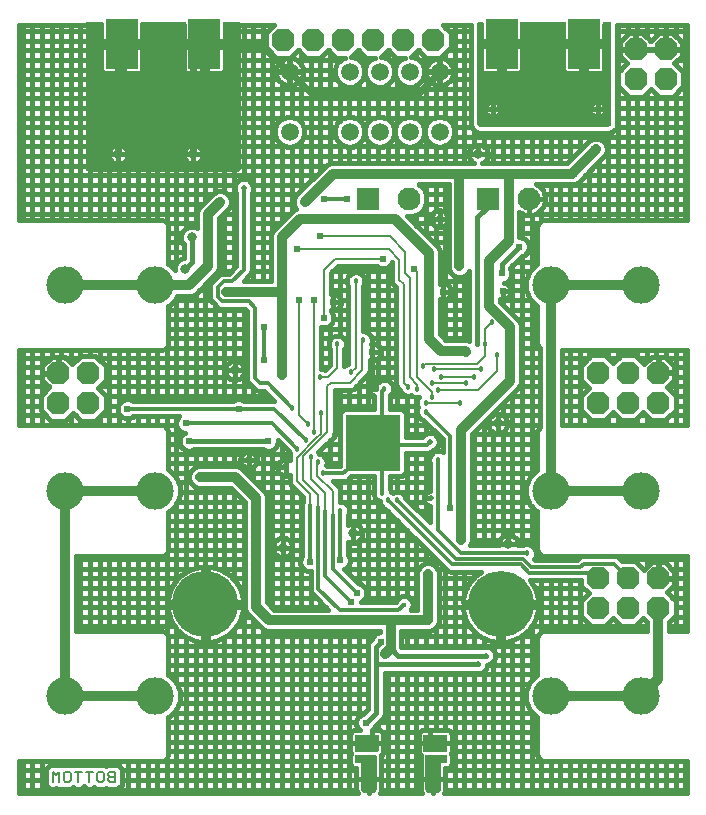
<source format=gbr>
G04 EAGLE Gerber X2 export*
%TF.Part,Single*%
%TF.FileFunction,Copper,L2,Bot,Mixed*%
%TF.FilePolarity,Positive*%
%TF.GenerationSoftware,Autodesk,EAGLE,9.0.0*%
%TF.CreationDate,2018-05-19T07:41:30Z*%
G75*
%MOMM*%
%FSLAX34Y34*%
%LPD*%
%AMOC8*
5,1,8,0,0,1.08239X$1,22.5*%
G01*
%ADD10C,0.152400*%
%ADD11P,2.089446X8X112.500000*%
%ADD12P,2.089446X8X292.500000*%
%ADD13C,5.588000*%
%ADD14C,1.930400*%
%ADD15R,1.930400X1.930400*%
%ADD16R,1.250009X1.250009*%
%ADD17R,1.016000X1.016000*%
%ADD18C,3.175000*%
%ADD19R,2.667000X4.191000*%
%ADD20C,1.500000*%
%ADD21P,2.089446X8X22.500000*%
%ADD22C,0.812800*%
%ADD23C,0.609600*%
%ADD24C,0.812800*%
%ADD25C,0.504000*%
%ADD26C,0.406400*%
%ADD27C,0.457200*%
%ADD28C,0.609600*%
%ADD29C,0.203200*%
%ADD30C,0.304800*%
%ADD31C,0.127000*%
%ADD32C,0.508000*%
%ADD33C,0.453200*%

G36*
X190518Y531371D02*
X190518Y531371D01*
X190536Y531369D01*
X190718Y531390D01*
X190901Y531409D01*
X190918Y531414D01*
X190935Y531416D01*
X191110Y531473D01*
X191286Y531527D01*
X191301Y531535D01*
X191318Y531541D01*
X191478Y531631D01*
X191640Y531719D01*
X191653Y531730D01*
X191669Y531739D01*
X191808Y531859D01*
X191949Y531976D01*
X191960Y531990D01*
X191974Y532002D01*
X192087Y532148D01*
X192201Y532290D01*
X192209Y532306D01*
X192220Y532320D01*
X192302Y532485D01*
X192387Y532647D01*
X192392Y532664D01*
X192400Y532681D01*
X192447Y532859D01*
X192498Y533034D01*
X192500Y533052D01*
X192504Y533069D01*
X192531Y533400D01*
X192531Y656368D01*
X192529Y656386D01*
X192531Y656404D01*
X192510Y656586D01*
X192491Y656769D01*
X192486Y656786D01*
X192484Y656803D01*
X192427Y656978D01*
X192373Y657154D01*
X192365Y657169D01*
X192359Y657186D01*
X192269Y657346D01*
X192181Y657508D01*
X192170Y657521D01*
X192161Y657537D01*
X192041Y657676D01*
X191924Y657817D01*
X191910Y657828D01*
X191898Y657842D01*
X191753Y657954D01*
X191610Y658069D01*
X191594Y658077D01*
X191580Y658088D01*
X191415Y658170D01*
X191253Y658255D01*
X191236Y658260D01*
X191219Y658268D01*
X191041Y658315D01*
X190866Y658366D01*
X190848Y658368D01*
X190831Y658372D01*
X190500Y658399D01*
X179313Y658399D01*
X179295Y658397D01*
X179277Y658399D01*
X179095Y658378D01*
X178912Y658359D01*
X178895Y658354D01*
X178878Y658352D01*
X178703Y658295D01*
X178527Y658241D01*
X178512Y658233D01*
X178495Y658227D01*
X178335Y658137D01*
X178173Y658049D01*
X178160Y658038D01*
X178144Y658029D01*
X178005Y657909D01*
X177864Y657792D01*
X177853Y657778D01*
X177839Y657766D01*
X177727Y657621D01*
X177612Y657478D01*
X177604Y657462D01*
X177593Y657448D01*
X177511Y657283D01*
X177426Y657121D01*
X177421Y657104D01*
X177413Y657088D01*
X177366Y656909D01*
X177315Y656734D01*
X177313Y656716D01*
X177309Y656699D01*
X177282Y656368D01*
X177282Y643309D01*
X163978Y643309D01*
X163960Y643307D01*
X163943Y643309D01*
X163760Y643287D01*
X163577Y643269D01*
X163560Y643264D01*
X163543Y643262D01*
X163368Y643205D01*
X163193Y643151D01*
X163177Y643143D01*
X163160Y643137D01*
X163000Y643047D01*
X162839Y642959D01*
X162825Y642948D01*
X162809Y642939D01*
X162670Y642819D01*
X162529Y642702D01*
X162518Y642688D01*
X162505Y642676D01*
X162392Y642531D01*
X162277Y642388D01*
X162269Y642372D01*
X162258Y642358D01*
X162176Y642193D01*
X162091Y642031D01*
X162087Y642014D01*
X162079Y641997D01*
X162031Y641819D01*
X161980Y641644D01*
X161979Y641626D01*
X161974Y641609D01*
X161947Y641278D01*
X161947Y639245D01*
X161945Y639245D01*
X161945Y641278D01*
X161943Y641296D01*
X161945Y641313D01*
X161923Y641496D01*
X161905Y641679D01*
X161900Y641696D01*
X161898Y641713D01*
X161841Y641888D01*
X161787Y642063D01*
X161779Y642079D01*
X161773Y642096D01*
X161683Y642256D01*
X161595Y642417D01*
X161584Y642431D01*
X161575Y642447D01*
X161455Y642586D01*
X161338Y642727D01*
X161324Y642738D01*
X161312Y642751D01*
X161167Y642864D01*
X161024Y642979D01*
X161008Y642987D01*
X160994Y642998D01*
X160829Y643080D01*
X160667Y643165D01*
X160649Y643169D01*
X160633Y643177D01*
X160455Y643225D01*
X160280Y643276D01*
X160262Y643277D01*
X160245Y643282D01*
X159914Y643309D01*
X146610Y643309D01*
X146610Y656368D01*
X146608Y656386D01*
X146610Y656404D01*
X146589Y656586D01*
X146570Y656769D01*
X146565Y656786D01*
X146563Y656803D01*
X146506Y656978D01*
X146452Y657154D01*
X146444Y657169D01*
X146438Y657186D01*
X146348Y657346D01*
X146260Y657508D01*
X146249Y657521D01*
X146240Y657537D01*
X146120Y657676D01*
X146003Y657817D01*
X145989Y657828D01*
X145977Y657842D01*
X145832Y657954D01*
X145689Y658069D01*
X145673Y658077D01*
X145659Y658088D01*
X145494Y658170D01*
X145332Y658255D01*
X145315Y658260D01*
X145299Y658268D01*
X145120Y658315D01*
X144945Y658366D01*
X144927Y658368D01*
X144910Y658372D01*
X144579Y658399D01*
X109421Y658399D01*
X109403Y658397D01*
X109385Y658399D01*
X109203Y658378D01*
X109020Y658359D01*
X109003Y658354D01*
X108986Y658352D01*
X108811Y658295D01*
X108635Y658241D01*
X108620Y658233D01*
X108603Y658227D01*
X108443Y658137D01*
X108281Y658049D01*
X108268Y658038D01*
X108252Y658029D01*
X108113Y657909D01*
X107972Y657792D01*
X107961Y657778D01*
X107947Y657766D01*
X107835Y657621D01*
X107720Y657478D01*
X107712Y657462D01*
X107701Y657448D01*
X107619Y657283D01*
X107534Y657121D01*
X107529Y657104D01*
X107521Y657088D01*
X107474Y656909D01*
X107423Y656734D01*
X107421Y656716D01*
X107417Y656699D01*
X107390Y656368D01*
X107390Y643309D01*
X94086Y643309D01*
X94068Y643307D01*
X94051Y643309D01*
X93868Y643287D01*
X93685Y643269D01*
X93668Y643264D01*
X93651Y643262D01*
X93476Y643205D01*
X93301Y643151D01*
X93285Y643143D01*
X93268Y643137D01*
X93108Y643047D01*
X92947Y642959D01*
X92933Y642948D01*
X92917Y642939D01*
X92778Y642819D01*
X92637Y642702D01*
X92626Y642688D01*
X92613Y642676D01*
X92500Y642531D01*
X92385Y642388D01*
X92377Y642372D01*
X92366Y642358D01*
X92284Y642193D01*
X92199Y642031D01*
X92195Y642014D01*
X92187Y641997D01*
X92139Y641819D01*
X92088Y641644D01*
X92087Y641626D01*
X92082Y641609D01*
X92055Y641278D01*
X92055Y639245D01*
X92053Y639245D01*
X92053Y641278D01*
X92051Y641296D01*
X92053Y641313D01*
X92031Y641496D01*
X92013Y641679D01*
X92008Y641696D01*
X92006Y641713D01*
X91949Y641888D01*
X91895Y642063D01*
X91887Y642079D01*
X91881Y642096D01*
X91791Y642256D01*
X91703Y642417D01*
X91692Y642431D01*
X91683Y642447D01*
X91563Y642586D01*
X91446Y642727D01*
X91432Y642738D01*
X91420Y642751D01*
X91275Y642864D01*
X91132Y642979D01*
X91116Y642987D01*
X91102Y642998D01*
X90937Y643080D01*
X90775Y643165D01*
X90757Y643169D01*
X90741Y643177D01*
X90563Y643225D01*
X90388Y643276D01*
X90370Y643277D01*
X90353Y643282D01*
X90022Y643309D01*
X76718Y643309D01*
X76718Y656368D01*
X76716Y656386D01*
X76718Y656404D01*
X76697Y656586D01*
X76678Y656769D01*
X76673Y656786D01*
X76671Y656803D01*
X76614Y656978D01*
X76560Y657154D01*
X76552Y657169D01*
X76546Y657186D01*
X76456Y657346D01*
X76368Y657508D01*
X76357Y657521D01*
X76348Y657537D01*
X76228Y657676D01*
X76111Y657817D01*
X76097Y657828D01*
X76085Y657842D01*
X75940Y657954D01*
X75797Y658069D01*
X75781Y658077D01*
X75767Y658088D01*
X75602Y658170D01*
X75440Y658255D01*
X75423Y658260D01*
X75407Y658268D01*
X75228Y658315D01*
X75053Y658366D01*
X75035Y658368D01*
X75018Y658372D01*
X74687Y658399D01*
X63500Y658399D01*
X63482Y658397D01*
X63464Y658399D01*
X63282Y658378D01*
X63099Y658359D01*
X63082Y658354D01*
X63065Y658352D01*
X62890Y658295D01*
X62714Y658241D01*
X62699Y658233D01*
X62682Y658227D01*
X62522Y658137D01*
X62360Y658049D01*
X62347Y658038D01*
X62331Y658029D01*
X62192Y657909D01*
X62051Y657792D01*
X62040Y657778D01*
X62027Y657766D01*
X61914Y657621D01*
X61799Y657478D01*
X61791Y657462D01*
X61780Y657448D01*
X61698Y657283D01*
X61613Y657121D01*
X61608Y657104D01*
X61600Y657088D01*
X61553Y656909D01*
X61502Y656734D01*
X61500Y656716D01*
X61496Y656699D01*
X61469Y656368D01*
X61469Y533400D01*
X61471Y533382D01*
X61469Y533364D01*
X61490Y533182D01*
X61509Y532999D01*
X61514Y532982D01*
X61516Y532965D01*
X61573Y532790D01*
X61627Y532614D01*
X61635Y532599D01*
X61641Y532582D01*
X61731Y532422D01*
X61819Y532260D01*
X61830Y532247D01*
X61839Y532231D01*
X61959Y532092D01*
X62076Y531951D01*
X62090Y531940D01*
X62102Y531927D01*
X62247Y531814D01*
X62390Y531699D01*
X62406Y531691D01*
X62420Y531680D01*
X62585Y531598D01*
X62747Y531513D01*
X62764Y531508D01*
X62781Y531500D01*
X62959Y531453D01*
X63134Y531402D01*
X63152Y531400D01*
X63169Y531396D01*
X63500Y531369D01*
X190500Y531369D01*
X190518Y531371D01*
G37*
G36*
X504208Y569471D02*
X504208Y569471D01*
X504226Y569469D01*
X504408Y569490D01*
X504591Y569509D01*
X504608Y569514D01*
X504625Y569516D01*
X504800Y569573D01*
X504976Y569627D01*
X504991Y569635D01*
X505008Y569641D01*
X505168Y569731D01*
X505330Y569819D01*
X505343Y569830D01*
X505359Y569839D01*
X505498Y569959D01*
X505639Y570076D01*
X505650Y570090D01*
X505664Y570102D01*
X505777Y570248D01*
X505891Y570390D01*
X505899Y570406D01*
X505910Y570420D01*
X505993Y570586D01*
X506077Y570747D01*
X506082Y570764D01*
X506090Y570781D01*
X506137Y570959D01*
X506188Y571134D01*
X506190Y571152D01*
X506194Y571169D01*
X506221Y571500D01*
X506221Y656368D01*
X506219Y656386D01*
X506221Y656404D01*
X506200Y656586D01*
X506181Y656769D01*
X506176Y656786D01*
X506174Y656803D01*
X506117Y656978D01*
X506063Y657154D01*
X506055Y657169D01*
X506049Y657186D01*
X505959Y657346D01*
X505871Y657508D01*
X505860Y657521D01*
X505851Y657537D01*
X505731Y657676D01*
X505614Y657817D01*
X505600Y657828D01*
X505588Y657842D01*
X505443Y657954D01*
X505300Y658069D01*
X505284Y658077D01*
X505270Y658088D01*
X505105Y658170D01*
X504943Y658255D01*
X504926Y658260D01*
X504909Y658268D01*
X504731Y658315D01*
X504556Y658366D01*
X504538Y658368D01*
X504521Y658372D01*
X504190Y658399D01*
X500877Y658399D01*
X500859Y658397D01*
X500841Y658399D01*
X500659Y658378D01*
X500476Y658359D01*
X500459Y658354D01*
X500442Y658352D01*
X500267Y658295D01*
X500091Y658241D01*
X500076Y658233D01*
X500059Y658227D01*
X499899Y658137D01*
X499737Y658049D01*
X499724Y658038D01*
X499708Y658029D01*
X499569Y657909D01*
X499428Y657792D01*
X499417Y657778D01*
X499403Y657766D01*
X499291Y657621D01*
X499176Y657478D01*
X499168Y657462D01*
X499157Y657448D01*
X499075Y657283D01*
X498990Y657121D01*
X498985Y657104D01*
X498977Y657088D01*
X498930Y656909D01*
X498879Y656734D01*
X498877Y656716D01*
X498873Y656699D01*
X498846Y656368D01*
X498846Y643309D01*
X485542Y643309D01*
X485524Y643307D01*
X485507Y643309D01*
X485324Y643287D01*
X485141Y643269D01*
X485124Y643264D01*
X485107Y643262D01*
X484932Y643205D01*
X484757Y643151D01*
X484741Y643143D01*
X484724Y643137D01*
X484564Y643047D01*
X484403Y642959D01*
X484389Y642948D01*
X484373Y642939D01*
X484234Y642819D01*
X484093Y642702D01*
X484082Y642688D01*
X484069Y642676D01*
X483956Y642531D01*
X483841Y642388D01*
X483833Y642372D01*
X483822Y642358D01*
X483740Y642193D01*
X483655Y642031D01*
X483651Y642014D01*
X483643Y641997D01*
X483595Y641819D01*
X483544Y641644D01*
X483543Y641626D01*
X483538Y641609D01*
X483511Y641278D01*
X483511Y639245D01*
X483509Y639245D01*
X483509Y641278D01*
X483507Y641296D01*
X483509Y641313D01*
X483487Y641496D01*
X483469Y641679D01*
X483464Y641696D01*
X483462Y641713D01*
X483405Y641888D01*
X483351Y642063D01*
X483343Y642079D01*
X483337Y642096D01*
X483247Y642256D01*
X483159Y642417D01*
X483148Y642431D01*
X483139Y642447D01*
X483019Y642586D01*
X482902Y642727D01*
X482888Y642738D01*
X482876Y642751D01*
X482731Y642864D01*
X482588Y642979D01*
X482572Y642987D01*
X482558Y642998D01*
X482393Y643080D01*
X482231Y643165D01*
X482213Y643169D01*
X482197Y643177D01*
X482019Y643225D01*
X481844Y643276D01*
X481826Y643277D01*
X481809Y643282D01*
X481478Y643309D01*
X468174Y643309D01*
X468174Y656368D01*
X468172Y656386D01*
X468174Y656404D01*
X468153Y656586D01*
X468134Y656769D01*
X468129Y656786D01*
X468127Y656803D01*
X468070Y656978D01*
X468016Y657154D01*
X468008Y657169D01*
X468002Y657186D01*
X467912Y657346D01*
X467824Y657508D01*
X467813Y657521D01*
X467804Y657537D01*
X467684Y657676D01*
X467567Y657817D01*
X467553Y657828D01*
X467541Y657842D01*
X467396Y657954D01*
X467253Y658069D01*
X467237Y658077D01*
X467223Y658088D01*
X467058Y658170D01*
X466896Y658255D01*
X466879Y658260D01*
X466863Y658268D01*
X466684Y658315D01*
X466509Y658366D01*
X466491Y658368D01*
X466474Y658372D01*
X466143Y658399D01*
X430985Y658399D01*
X430967Y658397D01*
X430949Y658399D01*
X430767Y658378D01*
X430584Y658359D01*
X430567Y658354D01*
X430550Y658352D01*
X430375Y658295D01*
X430199Y658241D01*
X430184Y658233D01*
X430167Y658227D01*
X430007Y658137D01*
X429845Y658049D01*
X429832Y658038D01*
X429816Y658029D01*
X429677Y657909D01*
X429536Y657792D01*
X429525Y657778D01*
X429511Y657766D01*
X429399Y657621D01*
X429284Y657478D01*
X429276Y657462D01*
X429265Y657448D01*
X429183Y657283D01*
X429098Y657121D01*
X429093Y657104D01*
X429085Y657088D01*
X429038Y656909D01*
X428987Y656734D01*
X428985Y656716D01*
X428981Y656699D01*
X428954Y656368D01*
X428954Y643309D01*
X415650Y643309D01*
X415632Y643307D01*
X415615Y643309D01*
X415432Y643287D01*
X415249Y643269D01*
X415232Y643264D01*
X415215Y643262D01*
X415040Y643205D01*
X414865Y643151D01*
X414849Y643143D01*
X414832Y643137D01*
X414672Y643047D01*
X414511Y642959D01*
X414497Y642948D01*
X414481Y642939D01*
X414342Y642819D01*
X414201Y642702D01*
X414190Y642688D01*
X414177Y642676D01*
X414064Y642531D01*
X413949Y642388D01*
X413941Y642372D01*
X413930Y642358D01*
X413848Y642193D01*
X413763Y642031D01*
X413759Y642014D01*
X413751Y641997D01*
X413703Y641819D01*
X413652Y641644D01*
X413651Y641626D01*
X413646Y641609D01*
X413619Y641278D01*
X413619Y639245D01*
X413617Y639245D01*
X413617Y641278D01*
X413615Y641296D01*
X413617Y641313D01*
X413595Y641496D01*
X413577Y641679D01*
X413572Y641696D01*
X413570Y641713D01*
X413513Y641888D01*
X413459Y642063D01*
X413451Y642079D01*
X413445Y642096D01*
X413355Y642256D01*
X413267Y642417D01*
X413256Y642431D01*
X413247Y642447D01*
X413127Y642586D01*
X413010Y642727D01*
X412996Y642738D01*
X412984Y642751D01*
X412839Y642864D01*
X412696Y642979D01*
X412680Y642987D01*
X412666Y642998D01*
X412501Y643080D01*
X412339Y643165D01*
X412321Y643169D01*
X412305Y643177D01*
X412127Y643225D01*
X411952Y643276D01*
X411934Y643277D01*
X411917Y643282D01*
X411586Y643309D01*
X398282Y643309D01*
X398282Y656368D01*
X398280Y656386D01*
X398282Y656404D01*
X398261Y656586D01*
X398242Y656769D01*
X398237Y656786D01*
X398235Y656803D01*
X398178Y656978D01*
X398124Y657154D01*
X398116Y657169D01*
X398110Y657186D01*
X398020Y657346D01*
X397932Y657508D01*
X397921Y657521D01*
X397912Y657537D01*
X397792Y657676D01*
X397675Y657817D01*
X397661Y657828D01*
X397649Y657842D01*
X397504Y657954D01*
X397361Y658069D01*
X397345Y658077D01*
X397331Y658088D01*
X397166Y658170D01*
X397004Y658255D01*
X396987Y658260D01*
X396971Y658268D01*
X396792Y658315D01*
X396617Y658366D01*
X396599Y658368D01*
X396582Y658372D01*
X396251Y658399D01*
X394970Y658399D01*
X394952Y658397D01*
X394934Y658399D01*
X394752Y658378D01*
X394569Y658359D01*
X394552Y658354D01*
X394535Y658352D01*
X394360Y658295D01*
X394184Y658241D01*
X394169Y658233D01*
X394152Y658227D01*
X393992Y658137D01*
X393830Y658049D01*
X393817Y658038D01*
X393801Y658029D01*
X393662Y657909D01*
X393521Y657792D01*
X393510Y657778D01*
X393497Y657766D01*
X393384Y657621D01*
X393269Y657478D01*
X393261Y657462D01*
X393250Y657448D01*
X393168Y657283D01*
X393083Y657121D01*
X393078Y657104D01*
X393070Y657088D01*
X393023Y656909D01*
X392972Y656734D01*
X392970Y656716D01*
X392966Y656699D01*
X392939Y656368D01*
X392939Y571500D01*
X392941Y571482D01*
X392939Y571464D01*
X392960Y571282D01*
X392979Y571099D01*
X392984Y571082D01*
X392986Y571065D01*
X393043Y570890D01*
X393097Y570714D01*
X393105Y570699D01*
X393111Y570682D01*
X393201Y570522D01*
X393289Y570360D01*
X393300Y570347D01*
X393309Y570331D01*
X393429Y570192D01*
X393546Y570051D01*
X393560Y570040D01*
X393572Y570027D01*
X393717Y569914D01*
X393860Y569799D01*
X393876Y569791D01*
X393890Y569780D01*
X394055Y569698D01*
X394217Y569613D01*
X394234Y569608D01*
X394251Y569600D01*
X394429Y569553D01*
X394604Y569502D01*
X394622Y569500D01*
X394639Y569496D01*
X394970Y569469D01*
X504190Y569469D01*
X504208Y569471D01*
G37*
G36*
X327090Y278460D02*
X327090Y278460D01*
X327156Y278462D01*
X327199Y278480D01*
X327246Y278488D01*
X327303Y278521D01*
X327363Y278546D01*
X327398Y278578D01*
X327439Y278602D01*
X327481Y278653D01*
X327529Y278698D01*
X327551Y278740D01*
X327580Y278776D01*
X327601Y278839D01*
X327632Y278897D01*
X327640Y278952D01*
X327652Y278989D01*
X327651Y279028D01*
X327659Y279083D01*
X327659Y324803D01*
X327648Y324867D01*
X327646Y324933D01*
X327628Y324977D01*
X327620Y325023D01*
X327586Y325080D01*
X327561Y325141D01*
X327530Y325176D01*
X327505Y325217D01*
X327454Y325258D01*
X327410Y325307D01*
X327368Y325328D01*
X327331Y325358D01*
X327269Y325379D01*
X327210Y325409D01*
X327156Y325417D01*
X327119Y325430D01*
X327079Y325429D01*
X327025Y325437D01*
X282575Y325437D01*
X282510Y325425D01*
X282444Y325423D01*
X282401Y325405D01*
X282354Y325397D01*
X282297Y325364D01*
X282237Y325339D01*
X282202Y325307D01*
X282161Y325283D01*
X282120Y325232D01*
X282071Y325187D01*
X282049Y325145D01*
X282020Y325109D01*
X281999Y325047D01*
X281968Y324988D01*
X281960Y324933D01*
X281948Y324896D01*
X281949Y324857D01*
X281941Y324803D01*
X281941Y279083D01*
X281952Y279018D01*
X281954Y278952D01*
X281972Y278908D01*
X281980Y278862D01*
X282014Y278805D01*
X282039Y278744D01*
X282070Y278709D01*
X282095Y278668D01*
X282146Y278627D01*
X282190Y278578D01*
X282232Y278557D01*
X282269Y278527D01*
X282331Y278506D01*
X282390Y278476D01*
X282444Y278468D01*
X282481Y278455D01*
X282521Y278456D01*
X282575Y278448D01*
X327025Y278448D01*
X327090Y278460D01*
G37*
G36*
X358048Y4960D02*
X358048Y4960D01*
X358096Y4959D01*
X358843Y5058D01*
X358891Y5073D01*
X358981Y5092D01*
X359688Y5354D01*
X359731Y5380D01*
X359814Y5418D01*
X360445Y5831D01*
X360482Y5866D01*
X360554Y5922D01*
X361077Y6465D01*
X361105Y6507D01*
X361164Y6578D01*
X361553Y7223D01*
X361571Y7270D01*
X361612Y7352D01*
X361847Y8068D01*
X361854Y8118D01*
X361876Y8207D01*
X361947Y8958D01*
X361944Y8984D01*
X361949Y9017D01*
X361949Y30481D01*
X366649Y30481D01*
X366714Y30492D01*
X366780Y30494D01*
X366823Y30512D01*
X366870Y30520D01*
X366927Y30554D01*
X366987Y30579D01*
X367022Y30610D01*
X367063Y30635D01*
X367105Y30686D01*
X367153Y30730D01*
X367175Y30772D01*
X367204Y30809D01*
X367225Y30871D01*
X367256Y30930D01*
X367264Y30984D01*
X367276Y31021D01*
X367275Y31061D01*
X367283Y31115D01*
X367283Y36767D01*
X367272Y36831D01*
X367270Y36897D01*
X367252Y36941D01*
X367244Y36987D01*
X367210Y37044D01*
X367185Y37105D01*
X367154Y37140D01*
X367129Y37181D01*
X367078Y37222D01*
X367034Y37271D01*
X366992Y37292D01*
X366955Y37322D01*
X366893Y37343D01*
X366834Y37373D01*
X366780Y37381D01*
X366743Y37394D01*
X366703Y37393D01*
X366649Y37401D01*
X349631Y37401D01*
X349566Y37389D01*
X349500Y37387D01*
X349457Y37369D01*
X349410Y37361D01*
X349353Y37328D01*
X349293Y37303D01*
X349258Y37271D01*
X349217Y37247D01*
X349176Y37196D01*
X349127Y37151D01*
X349105Y37109D01*
X349076Y37073D01*
X349055Y37011D01*
X349024Y36952D01*
X349016Y36897D01*
X349004Y36860D01*
X349005Y36821D01*
X348997Y36767D01*
X348997Y8636D01*
X349005Y8590D01*
X349008Y8517D01*
X349147Y7788D01*
X349166Y7741D01*
X349190Y7653D01*
X349487Y6974D01*
X349515Y6932D01*
X349559Y6851D01*
X350000Y6255D01*
X350037Y6220D01*
X350097Y6151D01*
X350660Y5668D01*
X350704Y5643D01*
X350778Y5589D01*
X351434Y5243D01*
X351482Y5228D01*
X351566Y5192D01*
X352283Y5001D01*
X352333Y4997D01*
X352423Y4980D01*
X353165Y4954D01*
X353175Y4956D01*
X353187Y4954D01*
X358013Y4954D01*
X358048Y4960D01*
G37*
G36*
X303413Y4956D02*
X303413Y4956D01*
X303425Y4954D01*
X304167Y4980D01*
X304216Y4991D01*
X304307Y5001D01*
X305024Y5192D01*
X305070Y5213D01*
X305156Y5243D01*
X305812Y5589D01*
X305852Y5620D01*
X305930Y5668D01*
X306493Y6151D01*
X306525Y6190D01*
X306590Y6255D01*
X307031Y6851D01*
X307054Y6896D01*
X307103Y6974D01*
X307401Y7653D01*
X307412Y7702D01*
X307443Y7788D01*
X307582Y8517D01*
X307583Y8564D01*
X307593Y8636D01*
X307593Y36767D01*
X307582Y36831D01*
X307580Y36897D01*
X307562Y36941D01*
X307554Y36987D01*
X307520Y37044D01*
X307495Y37105D01*
X307464Y37140D01*
X307439Y37181D01*
X307388Y37222D01*
X307344Y37271D01*
X307302Y37292D01*
X307265Y37322D01*
X307203Y37343D01*
X307144Y37373D01*
X307090Y37381D01*
X307053Y37394D01*
X307013Y37393D01*
X306959Y37401D01*
X289941Y37401D01*
X289876Y37389D01*
X289810Y37387D01*
X289767Y37369D01*
X289720Y37361D01*
X289663Y37328D01*
X289603Y37303D01*
X289568Y37271D01*
X289527Y37247D01*
X289486Y37196D01*
X289437Y37151D01*
X289415Y37109D01*
X289386Y37073D01*
X289365Y37011D01*
X289334Y36952D01*
X289326Y36897D01*
X289314Y36860D01*
X289315Y36821D01*
X289307Y36767D01*
X289307Y31115D01*
X289318Y31050D01*
X289320Y30984D01*
X289338Y30941D01*
X289346Y30894D01*
X289380Y30837D01*
X289405Y30777D01*
X289436Y30742D01*
X289461Y30701D01*
X289512Y30660D01*
X289556Y30611D01*
X289598Y30589D01*
X289635Y30560D01*
X289697Y30539D01*
X289756Y30508D01*
X289810Y30500D01*
X289847Y30488D01*
X289887Y30489D01*
X289941Y30481D01*
X294641Y30481D01*
X294641Y9017D01*
X294645Y8991D01*
X294644Y8958D01*
X294714Y8207D01*
X294727Y8159D01*
X294743Y8068D01*
X294978Y7352D01*
X295002Y7308D01*
X295037Y7223D01*
X295426Y6578D01*
X295460Y6539D01*
X295513Y6465D01*
X296036Y5922D01*
X296077Y5892D01*
X296145Y5831D01*
X296776Y5418D01*
X296822Y5399D01*
X296902Y5354D01*
X297609Y5092D01*
X297659Y5083D01*
X297747Y5058D01*
X298494Y4959D01*
X298530Y4961D01*
X298577Y4954D01*
X303403Y4954D01*
X303413Y4956D01*
G37*
G36*
X366788Y40027D02*
X366788Y40027D01*
X366854Y40029D01*
X366898Y40047D01*
X366944Y40055D01*
X367001Y40089D01*
X367062Y40114D01*
X367097Y40145D01*
X367138Y40170D01*
X367179Y40221D01*
X367228Y40265D01*
X367249Y40307D01*
X367279Y40344D01*
X367300Y40406D01*
X367330Y40465D01*
X367338Y40519D01*
X367351Y40556D01*
X367350Y40596D01*
X367358Y40650D01*
X367358Y53980D01*
X367346Y54045D01*
X367344Y54111D01*
X367326Y54154D01*
X367318Y54201D01*
X367285Y54258D01*
X367260Y54318D01*
X367228Y54353D01*
X367204Y54394D01*
X367153Y54436D01*
X367108Y54484D01*
X367066Y54506D01*
X367030Y54535D01*
X366968Y54556D01*
X366909Y54587D01*
X366854Y54595D01*
X366817Y54607D01*
X366778Y54606D01*
X366724Y54614D01*
X347930Y54614D01*
X347865Y54603D01*
X347799Y54601D01*
X347756Y54583D01*
X347709Y54575D01*
X347652Y54541D01*
X347592Y54516D01*
X347557Y54485D01*
X347516Y54460D01*
X347474Y54409D01*
X347426Y54365D01*
X347404Y54323D01*
X347375Y54286D01*
X347354Y54224D01*
X347323Y54165D01*
X347315Y54111D01*
X347303Y54074D01*
X347303Y54064D01*
X347303Y54063D01*
X347304Y54033D01*
X347296Y53980D01*
X347296Y40650D01*
X347307Y40585D01*
X347309Y40519D01*
X347327Y40476D01*
X347335Y40429D01*
X347369Y40372D01*
X347394Y40312D01*
X347425Y40277D01*
X347450Y40236D01*
X347501Y40195D01*
X347545Y40146D01*
X347587Y40124D01*
X347624Y40095D01*
X347686Y40074D01*
X347745Y40043D01*
X347799Y40035D01*
X347836Y40023D01*
X347876Y40024D01*
X347930Y40016D01*
X366724Y40016D01*
X366788Y40027D01*
G37*
G36*
X308725Y40012D02*
X308725Y40012D01*
X308791Y40014D01*
X308834Y40032D01*
X308881Y40040D01*
X308938Y40074D01*
X308999Y40099D01*
X309033Y40130D01*
X309074Y40155D01*
X309116Y40206D01*
X309164Y40250D01*
X309186Y40292D01*
X309215Y40329D01*
X309237Y40391D01*
X309267Y40450D01*
X309275Y40504D01*
X309287Y40541D01*
X309286Y40581D01*
X309294Y40635D01*
X309294Y53965D01*
X309283Y54030D01*
X309281Y54096D01*
X309263Y54139D01*
X309255Y54186D01*
X309221Y54243D01*
X309196Y54303D01*
X309165Y54338D01*
X309141Y54379D01*
X309089Y54421D01*
X309045Y54469D01*
X309003Y54491D01*
X308966Y54520D01*
X308904Y54541D01*
X308845Y54572D01*
X308791Y54580D01*
X308754Y54592D01*
X308714Y54591D01*
X308660Y54599D01*
X289930Y54599D01*
X289865Y54588D01*
X289799Y54586D01*
X289756Y54568D01*
X289709Y54560D01*
X289652Y54526D01*
X289592Y54501D01*
X289557Y54470D01*
X289516Y54445D01*
X289475Y54394D01*
X289426Y54350D01*
X289404Y54308D01*
X289375Y54271D01*
X289354Y54209D01*
X289323Y54150D01*
X289315Y54096D01*
X289303Y54059D01*
X289303Y54049D01*
X289303Y54048D01*
X289304Y54018D01*
X289296Y53965D01*
X289296Y40635D01*
X289307Y40570D01*
X289309Y40504D01*
X289327Y40461D01*
X289335Y40414D01*
X289369Y40357D01*
X289394Y40297D01*
X289425Y40262D01*
X289450Y40221D01*
X289501Y40180D01*
X289545Y40131D01*
X289587Y40109D01*
X289624Y40080D01*
X289686Y40059D01*
X289745Y40028D01*
X289799Y40020D01*
X289836Y40008D01*
X289876Y40009D01*
X289930Y40001D01*
X308660Y40001D01*
X308725Y40012D01*
G37*
%LPC*%
G36*
X166009Y616290D02*
X166009Y616290D01*
X166009Y635183D01*
X177282Y635183D01*
X177282Y618028D01*
X177145Y617519D01*
X176882Y617062D01*
X176510Y616690D01*
X176053Y616427D01*
X175544Y616290D01*
X166009Y616290D01*
G37*
%LPD*%
%LPC*%
G36*
X417681Y616290D02*
X417681Y616290D01*
X417681Y635183D01*
X428954Y635183D01*
X428954Y618028D01*
X428817Y617519D01*
X428554Y617062D01*
X428182Y616690D01*
X427725Y616427D01*
X427216Y616290D01*
X417681Y616290D01*
G37*
%LPD*%
%LPC*%
G36*
X487573Y616290D02*
X487573Y616290D01*
X487573Y635183D01*
X498846Y635183D01*
X498846Y618028D01*
X498709Y617519D01*
X498446Y617062D01*
X498074Y616690D01*
X497617Y616427D01*
X497108Y616290D01*
X487573Y616290D01*
G37*
%LPD*%
%LPC*%
G36*
X96117Y616290D02*
X96117Y616290D01*
X96117Y635183D01*
X107390Y635183D01*
X107390Y618028D01*
X107253Y617519D01*
X106990Y617062D01*
X106618Y616690D01*
X106161Y616427D01*
X105652Y616290D01*
X96117Y616290D01*
G37*
%LPD*%
%LPC*%
G36*
X78456Y616290D02*
X78456Y616290D01*
X77947Y616427D01*
X77490Y616690D01*
X77118Y617062D01*
X76855Y617519D01*
X76718Y618028D01*
X76718Y635183D01*
X87991Y635183D01*
X87991Y616290D01*
X78456Y616290D01*
G37*
%LPD*%
%LPC*%
G36*
X400020Y616290D02*
X400020Y616290D01*
X399511Y616427D01*
X399054Y616690D01*
X398682Y617062D01*
X398419Y617519D01*
X398282Y618028D01*
X398282Y635183D01*
X409555Y635183D01*
X409555Y616290D01*
X400020Y616290D01*
G37*
%LPD*%
%LPC*%
G36*
X469912Y616290D02*
X469912Y616290D01*
X469403Y616427D01*
X468946Y616690D01*
X468574Y617062D01*
X468311Y617519D01*
X468174Y618028D01*
X468174Y635183D01*
X479447Y635183D01*
X479447Y616290D01*
X469912Y616290D01*
G37*
%LPD*%
%LPC*%
G36*
X148348Y616290D02*
X148348Y616290D01*
X147839Y616427D01*
X147382Y616690D01*
X147010Y617062D01*
X146747Y617519D01*
X146610Y618028D01*
X146610Y635183D01*
X157883Y635183D01*
X157883Y616290D01*
X148348Y616290D01*
G37*
%LPD*%
%LPC*%
G36*
X90931Y548131D02*
X90931Y548131D01*
X90931Y551823D01*
X91773Y551475D01*
X92766Y550811D01*
X93611Y549966D01*
X94275Y548973D01*
X94623Y548131D01*
X90931Y548131D01*
G37*
%LPD*%
%LPC*%
G36*
X154431Y548131D02*
X154431Y548131D01*
X154431Y551823D01*
X155273Y551475D01*
X156266Y550811D01*
X157111Y549966D01*
X157775Y548973D01*
X158123Y548131D01*
X154431Y548131D01*
G37*
%LPD*%
%LPC*%
G36*
X83177Y548131D02*
X83177Y548131D01*
X83525Y548973D01*
X84189Y549966D01*
X85034Y550811D01*
X86027Y551475D01*
X86869Y551823D01*
X86869Y548131D01*
X83177Y548131D01*
G37*
%LPD*%
%LPC*%
G36*
X146677Y548131D02*
X146677Y548131D01*
X147025Y548973D01*
X147689Y549966D01*
X148534Y550811D01*
X149527Y551475D01*
X150369Y551823D01*
X150369Y548131D01*
X146677Y548131D01*
G37*
%LPD*%
%LPC*%
G36*
X154431Y544069D02*
X154431Y544069D01*
X158123Y544069D01*
X157775Y543227D01*
X157111Y542234D01*
X156266Y541389D01*
X155273Y540725D01*
X154431Y540377D01*
X154431Y544069D01*
G37*
%LPD*%
%LPC*%
G36*
X90931Y544069D02*
X90931Y544069D01*
X94623Y544069D01*
X94275Y543227D01*
X93611Y542234D01*
X92766Y541389D01*
X91773Y540725D01*
X90931Y540377D01*
X90931Y544069D01*
G37*
%LPD*%
%LPC*%
G36*
X149527Y540725D02*
X149527Y540725D01*
X148534Y541389D01*
X147689Y542234D01*
X147025Y543227D01*
X146677Y544069D01*
X150369Y544069D01*
X150369Y540377D01*
X149527Y540725D01*
G37*
%LPD*%
%LPC*%
G36*
X86027Y540725D02*
X86027Y540725D01*
X85034Y541389D01*
X84189Y542234D01*
X83525Y543227D01*
X83177Y544069D01*
X86869Y544069D01*
X86869Y540377D01*
X86027Y540725D01*
G37*
%LPD*%
%LPC*%
G36*
X497331Y586231D02*
X497331Y586231D01*
X497331Y588252D01*
X497441Y588206D01*
X498182Y587711D01*
X498811Y587082D01*
X499306Y586341D01*
X499352Y586231D01*
X497331Y586231D01*
G37*
%LPD*%
%LPC*%
G36*
X408431Y586231D02*
X408431Y586231D01*
X408431Y588252D01*
X408541Y588206D01*
X409282Y587711D01*
X409911Y587082D01*
X410406Y586341D01*
X410452Y586231D01*
X408431Y586231D01*
G37*
%LPD*%
%LPC*%
G36*
X491248Y586231D02*
X491248Y586231D01*
X491294Y586341D01*
X491789Y587082D01*
X492418Y587711D01*
X493159Y588206D01*
X493269Y588252D01*
X493269Y586231D01*
X491248Y586231D01*
G37*
%LPD*%
%LPC*%
G36*
X402348Y586231D02*
X402348Y586231D01*
X402394Y586341D01*
X402889Y587082D01*
X403518Y587711D01*
X404259Y588206D01*
X404369Y588252D01*
X404369Y586231D01*
X402348Y586231D01*
G37*
%LPD*%
%LPC*%
G36*
X408431Y582169D02*
X408431Y582169D01*
X410452Y582169D01*
X410406Y582059D01*
X409911Y581318D01*
X409282Y580689D01*
X408541Y580194D01*
X408431Y580148D01*
X408431Y582169D01*
G37*
%LPD*%
%LPC*%
G36*
X497331Y582169D02*
X497331Y582169D01*
X499352Y582169D01*
X499306Y582059D01*
X498811Y581318D01*
X498182Y580689D01*
X497441Y580194D01*
X497331Y580148D01*
X497331Y582169D01*
G37*
%LPD*%
%LPC*%
G36*
X493159Y580194D02*
X493159Y580194D01*
X492418Y580689D01*
X491789Y581318D01*
X491294Y582059D01*
X491248Y582169D01*
X493269Y582169D01*
X493269Y580148D01*
X493159Y580194D01*
G37*
%LPD*%
%LPC*%
G36*
X404259Y580194D02*
X404259Y580194D01*
X403518Y580689D01*
X402889Y581318D01*
X402394Y582059D01*
X402348Y582169D01*
X404369Y582169D01*
X404369Y580148D01*
X404259Y580194D01*
G37*
%LPD*%
D10*
X85916Y14732D02*
X85916Y23375D01*
X81594Y23375D01*
X80153Y21935D01*
X80153Y20494D01*
X81594Y19054D01*
X80153Y17613D01*
X80153Y16173D01*
X81594Y14732D01*
X85916Y14732D01*
X85916Y19054D02*
X81594Y19054D01*
X75120Y23375D02*
X72239Y23375D01*
X75120Y23375D02*
X76560Y21935D01*
X76560Y16173D01*
X75120Y14732D01*
X72239Y14732D01*
X70798Y16173D01*
X70798Y21935D01*
X72239Y23375D01*
X64324Y23375D02*
X64324Y14732D01*
X67205Y23375D02*
X61443Y23375D01*
X54969Y23375D02*
X54969Y14732D01*
X57850Y23375D02*
X52088Y23375D01*
X47054Y23375D02*
X44173Y23375D01*
X47054Y23375D02*
X48495Y21935D01*
X48495Y16173D01*
X47054Y14732D01*
X44173Y14732D01*
X42733Y16173D01*
X42733Y21935D01*
X44173Y23375D01*
X39140Y23375D02*
X39140Y14732D01*
X36258Y20494D02*
X39140Y23375D01*
X36258Y20494D02*
X33377Y23375D01*
X33377Y14732D01*
D11*
X63500Y360680D03*
X38100Y360680D03*
D12*
X38100Y335280D03*
X63500Y335280D03*
D11*
X495300Y187008D03*
X520700Y187008D03*
D13*
X162712Y165011D03*
X412699Y165011D03*
D14*
X335001Y508318D03*
D15*
X299999Y508318D03*
D14*
X436601Y508318D03*
D15*
X401599Y508318D03*
D12*
X546100Y360998D03*
X520700Y360998D03*
D11*
X495300Y335598D03*
D12*
X495300Y360998D03*
D11*
X520700Y335598D03*
X546100Y335598D03*
D16*
X300939Y16789D03*
X355651Y16789D03*
D17*
X304038Y47473D03*
X352552Y47473D03*
D18*
X43815Y435293D03*
X120015Y435293D03*
X455295Y435293D03*
X531495Y435293D03*
X531495Y261303D03*
X455295Y261303D03*
X120015Y261303D03*
X43815Y261303D03*
X43815Y87313D03*
X120015Y87313D03*
X455295Y87313D03*
X531495Y87313D03*
D19*
X92054Y639246D03*
X161946Y639246D03*
X413618Y639246D03*
X483510Y639246D03*
D12*
X546100Y187008D03*
D11*
X495300Y161608D03*
D20*
X233998Y565150D03*
X284798Y565150D03*
X310198Y565150D03*
X335598Y565150D03*
X360998Y565150D03*
X360998Y615950D03*
X335598Y615950D03*
X310198Y615950D03*
X284798Y615950D03*
X233998Y615950D03*
D21*
X228600Y642620D03*
X254000Y642620D03*
X279400Y642620D03*
X355600Y642620D03*
X330200Y642620D03*
X304800Y642620D03*
X552450Y635000D03*
X527050Y635000D03*
X552450Y609600D03*
X527050Y609600D03*
D11*
X520700Y161608D03*
D21*
X546100Y161608D03*
D22*
X205423Y255270D02*
X187960Y272733D01*
X158115Y272733D01*
D23*
X158115Y272733D03*
X377825Y451168D03*
D24*
X246698Y505778D03*
D22*
X205423Y255270D02*
X205423Y162878D01*
X377825Y527685D02*
X378143Y528003D01*
X376555Y529590D01*
X357188Y529590D01*
X377825Y527685D02*
X377825Y451168D01*
X402908Y455930D02*
X402908Y417195D01*
X420688Y399415D01*
X379095Y312738D02*
X379095Y219556D01*
D24*
X379095Y219556D03*
D22*
X402908Y455930D02*
X419418Y472440D01*
X420688Y399415D02*
X420688Y354330D01*
X379095Y312738D01*
D24*
X351155Y190527D03*
X351155Y151448D03*
D23*
X314960Y123190D03*
D22*
X216853Y151448D02*
X205423Y162878D01*
X216853Y151448D02*
X319723Y151448D01*
X351155Y151448D01*
X319512Y127742D02*
X314960Y123190D01*
X319512Y127742D02*
X319512Y136496D01*
X319723Y151448D01*
D25*
X357188Y529590D03*
D22*
X376555Y529590D02*
X419418Y529590D01*
X419418Y472440D01*
X419418Y529590D02*
X472758Y529590D01*
X493395Y550228D01*
D25*
X493395Y550228D03*
D22*
X357188Y529590D02*
X270510Y529590D01*
X246698Y505778D01*
X351155Y190527D02*
X351155Y151448D01*
D25*
X400368Y121603D03*
D26*
X325652Y121603D01*
X319512Y127742D01*
D23*
X363855Y429578D03*
X414655Y430213D03*
D27*
X307340Y347663D03*
D26*
X304165Y350838D01*
X304165Y378778D01*
D23*
X304165Y378778D03*
D26*
X304165Y385857D01*
X304165Y378778D02*
X304165Y378778D01*
X304165Y385857D01*
X303468Y385857D01*
X303019Y385768D01*
X303593Y387155D01*
X303593Y390085D01*
X302472Y392793D01*
X300400Y394865D01*
X297693Y395986D01*
X295973Y395986D01*
X295973Y434464D01*
X296122Y434612D01*
X297243Y437320D01*
X297243Y440250D01*
X296122Y442958D01*
X294050Y445030D01*
X291343Y446151D01*
X288412Y446151D01*
X285705Y445030D01*
X283633Y442958D01*
X282512Y440250D01*
X282512Y437320D01*
X283633Y434612D01*
X283782Y434464D01*
X283782Y368473D01*
X281577Y367560D01*
X280416Y366398D01*
X280416Y380806D01*
X280565Y380955D01*
X281686Y383662D01*
X281686Y386593D01*
X280565Y389300D01*
X278493Y391372D01*
X275785Y392493D01*
X272855Y392493D01*
X270147Y391372D01*
X268075Y389300D01*
X266954Y386593D01*
X266954Y383662D01*
X268075Y380955D01*
X268224Y380806D01*
X268224Y367333D01*
X264175Y363283D01*
X264036Y363283D01*
X263888Y363432D01*
X261180Y364553D01*
X260731Y364553D01*
X260731Y399767D01*
X261273Y399542D01*
X264507Y399542D01*
X267494Y400779D01*
X269781Y403066D01*
X271018Y406053D01*
X271018Y409287D01*
X269781Y412274D01*
X268986Y413069D01*
X268986Y414089D01*
X269813Y413925D01*
X270510Y413925D01*
X270510Y421005D01*
X270510Y421005D01*
X270510Y413925D01*
X271207Y413925D01*
X272575Y414197D01*
X273864Y414731D01*
X275023Y415506D01*
X276009Y416492D01*
X276784Y417651D01*
X277318Y418940D01*
X277590Y420308D01*
X277590Y421005D01*
X270510Y421005D01*
X270510Y421005D01*
X277590Y421005D01*
X277590Y421702D01*
X277318Y423070D01*
X276784Y424359D01*
X276009Y425518D01*
X275023Y426504D01*
X273864Y427279D01*
X272575Y427813D01*
X271207Y428085D01*
X270510Y428085D01*
X270510Y421005D01*
X270510Y421005D01*
X270510Y428085D01*
X269813Y428085D01*
X268986Y427921D01*
X268986Y445785D01*
X274623Y451422D01*
X307656Y451422D01*
X308451Y450627D01*
X311438Y449390D01*
X314672Y449390D01*
X317659Y450627D01*
X319946Y452913D01*
X320657Y454630D01*
X320929Y454357D01*
X320929Y438525D01*
X321857Y436284D01*
X323572Y434570D01*
X324422Y433720D01*
X324422Y351530D01*
X325350Y349289D01*
X326962Y347677D01*
X326962Y347467D01*
X328083Y344760D01*
X330155Y342688D01*
X332862Y341567D01*
X335793Y341567D01*
X337089Y342104D01*
X337775Y341418D01*
X340482Y340297D01*
X343413Y340297D01*
X343616Y340381D01*
X343005Y339770D01*
X341884Y337063D01*
X341884Y334132D01*
X342855Y331788D01*
X341884Y329443D01*
X341884Y326512D01*
X343005Y323805D01*
X345077Y321733D01*
X346979Y320945D01*
X363601Y304575D01*
X363601Y293706D01*
X361193Y294703D01*
X358262Y294703D01*
X355555Y293582D01*
X353483Y291510D01*
X352362Y288803D01*
X352362Y285872D01*
X353124Y284033D01*
X353124Y261139D01*
X352101Y260935D01*
X350909Y260441D01*
X349836Y259724D01*
X348923Y258812D01*
X348206Y257739D01*
X347712Y256546D01*
X347461Y255280D01*
X347461Y254635D01*
X353124Y254635D01*
X353124Y254635D01*
X347461Y254635D01*
X347461Y253990D01*
X347712Y252724D01*
X348206Y251531D01*
X348923Y250458D01*
X349836Y249546D01*
X350909Y248829D01*
X352101Y248335D01*
X353124Y248131D01*
X353124Y234383D01*
X332127Y255380D01*
X331365Y257220D01*
X329293Y259292D01*
X326585Y260413D01*
X323655Y260413D01*
X321310Y259442D01*
X319786Y260073D01*
X319786Y260863D01*
X319024Y262702D01*
X319024Y273368D01*
X329392Y273368D01*
X332740Y276715D01*
X332740Y293434D01*
X351834Y293434D01*
X354261Y294439D01*
X355148Y295326D01*
X357059Y296118D01*
X359202Y298261D01*
X360362Y301062D01*
X360362Y304093D01*
X359202Y306894D01*
X357059Y309037D01*
X354258Y310197D01*
X351227Y310197D01*
X348426Y309037D01*
X346283Y306894D01*
X346178Y306641D01*
X332740Y306641D01*
X332740Y327170D01*
X329392Y330517D01*
X319024Y330517D01*
X319024Y341944D01*
X320570Y343490D01*
X321691Y346197D01*
X321691Y349128D01*
X320570Y351835D01*
X318498Y353907D01*
X315790Y355028D01*
X312860Y355028D01*
X310152Y353907D01*
X309749Y353503D01*
X309183Y353738D01*
X307962Y353980D01*
X307340Y353980D01*
X307340Y350048D01*
X307340Y350047D01*
X307340Y353980D01*
X306718Y353980D01*
X305497Y353738D01*
X304347Y353261D01*
X303313Y352570D01*
X302432Y351690D01*
X301741Y350655D01*
X301265Y349505D01*
X301022Y348285D01*
X301022Y347663D01*
X306061Y347663D01*
X306061Y347662D01*
X301022Y347662D01*
X301022Y347040D01*
X301265Y345820D01*
X301741Y344670D01*
X302432Y343635D01*
X303313Y342755D01*
X304347Y342064D01*
X305497Y341587D01*
X305816Y341524D01*
X305816Y330517D01*
X280208Y330517D01*
X276860Y327170D01*
X276860Y282707D01*
X276665Y282511D01*
X265560Y282511D01*
X265101Y282702D01*
X265493Y283650D01*
X265493Y286580D01*
X264372Y289288D01*
X262300Y291360D01*
X259593Y292481D01*
X258989Y292481D01*
X258340Y294050D01*
X258280Y294109D01*
X269518Y305347D01*
X269518Y305347D01*
X271233Y307062D01*
X272161Y309302D01*
X272161Y346647D01*
X286010Y346647D01*
X288251Y347575D01*
X299046Y358370D01*
X300760Y360084D01*
X301688Y362325D01*
X301688Y372140D01*
X302100Y371970D01*
X303468Y371698D01*
X304165Y371698D01*
X304165Y378777D01*
X304165Y378777D01*
X304165Y371698D01*
X304862Y371698D01*
X306230Y371970D01*
X307519Y372503D01*
X308678Y373278D01*
X309664Y374264D01*
X310439Y375424D01*
X310973Y376712D01*
X311245Y378080D01*
X311245Y378777D01*
X304165Y378777D01*
X304165Y378778D01*
X311245Y378778D01*
X311245Y379475D01*
X310973Y380843D01*
X310439Y382131D01*
X309664Y383291D01*
X308678Y384277D01*
X307519Y385052D01*
X306230Y385585D01*
X304862Y385857D01*
X304165Y385857D01*
X355651Y16790D02*
X355651Y16790D01*
X355651Y35983D01*
X355651Y35983D01*
X355651Y16790D01*
X300939Y5080D02*
X300939Y5080D01*
X300939Y16789D01*
X300939Y16789D01*
X300939Y5080D01*
X570484Y316547D02*
X570484Y380048D01*
X570484Y316547D02*
X464439Y316547D01*
X464439Y380048D01*
X570484Y380048D01*
X559784Y360489D02*
X559784Y355329D01*
X559784Y360489D02*
X546608Y360489D01*
X546608Y361506D01*
X559784Y361506D01*
X559784Y366666D01*
X551768Y374681D01*
X546608Y374681D01*
X546608Y361506D01*
X545592Y361506D01*
X545592Y374681D01*
X540432Y374681D01*
X534141Y368391D01*
X526802Y375729D01*
X514598Y375729D01*
X508000Y369132D01*
X501402Y375729D01*
X489198Y375729D01*
X480568Y367100D01*
X480568Y354895D01*
X487166Y348298D01*
X480568Y341700D01*
X480568Y329495D01*
X489198Y320866D01*
X501402Y320866D01*
X508000Y327463D01*
X514598Y320866D01*
X526802Y320866D01*
X533400Y327463D01*
X539998Y320866D01*
X552202Y320866D01*
X560832Y329495D01*
X560832Y341700D01*
X553493Y349039D01*
X559784Y355329D01*
X551942Y635508D02*
X540734Y635508D01*
X551942Y635508D02*
X551942Y634492D01*
X527558Y634492D01*
X527558Y635508D01*
X540734Y635508D01*
X440884Y203455D02*
X441520Y202819D01*
X440884Y203455D02*
X441537Y204107D01*
X442658Y206815D01*
X442658Y209745D01*
X441537Y212453D01*
X439465Y214525D01*
X436758Y215646D01*
X433827Y215646D01*
X431988Y214884D01*
X427152Y214884D01*
X427196Y215103D01*
X427196Y215900D01*
X419100Y215900D01*
X419100Y215900D01*
X427196Y215900D01*
X427196Y216697D01*
X426885Y218262D01*
X426275Y219735D01*
X425389Y221061D01*
X424261Y222189D01*
X422935Y223075D01*
X421462Y223685D01*
X419897Y223996D01*
X419100Y223996D01*
X419100Y215900D01*
X419100Y215900D01*
X419100Y223996D01*
X418303Y223996D01*
X416738Y223685D01*
X415265Y223075D01*
X413939Y222189D01*
X412811Y221061D01*
X411925Y219735D01*
X411315Y218262D01*
X411004Y216697D01*
X411004Y215900D01*
X419100Y215900D01*
X419100Y215900D01*
X411004Y215900D01*
X411004Y215103D01*
X411048Y214884D01*
X387057Y214884D01*
X388239Y217737D01*
X388239Y308950D01*
X428439Y349150D01*
X429831Y352511D01*
X429831Y401234D01*
X428439Y404595D01*
X425867Y407167D01*
X412051Y420983D01*
X412051Y423628D01*
X412590Y423405D01*
X413958Y423133D01*
X414655Y423133D01*
X414655Y430212D01*
X414655Y430212D01*
X414655Y423133D01*
X415352Y423133D01*
X416720Y423405D01*
X418009Y423938D01*
X419168Y424713D01*
X420154Y425699D01*
X420929Y426859D01*
X421463Y428147D01*
X421735Y429515D01*
X421735Y430212D01*
X414655Y430212D01*
X414655Y430213D01*
X421735Y430213D01*
X421735Y430910D01*
X421463Y432278D01*
X420929Y433566D01*
X420154Y434726D01*
X419168Y435712D01*
X418009Y436487D01*
X416720Y437020D01*
X415796Y437204D01*
X418307Y438244D01*
X420593Y440531D01*
X421830Y443518D01*
X421830Y446752D01*
X420814Y449205D01*
X420814Y450127D01*
X430459Y459771D01*
X432912Y460787D01*
X435198Y463073D01*
X436435Y466061D01*
X436435Y469294D01*
X435198Y472282D01*
X432912Y474568D01*
X429924Y475805D01*
X428561Y475805D01*
X428561Y497244D01*
X429429Y496614D01*
X431348Y495636D01*
X433396Y494970D01*
X435524Y494634D01*
X436600Y494634D01*
X436600Y508317D01*
X436601Y508317D01*
X436601Y494634D01*
X437678Y494634D01*
X439805Y494970D01*
X441853Y495636D01*
X443773Y496614D01*
X445515Y497880D01*
X447038Y499403D01*
X448304Y501146D01*
X449282Y503065D01*
X449948Y505113D01*
X450285Y507241D01*
X450285Y508317D01*
X436601Y508317D01*
X436601Y508318D01*
X450285Y508318D01*
X450285Y509394D01*
X449948Y511522D01*
X449282Y513570D01*
X448304Y515489D01*
X447038Y517232D01*
X445515Y518755D01*
X443773Y520021D01*
X442939Y520446D01*
X474576Y520446D01*
X477937Y521838D01*
X501147Y545048D01*
X502539Y548409D01*
X502539Y552046D01*
X501147Y555407D01*
X498575Y557979D01*
X495214Y559371D01*
X491576Y559371D01*
X488215Y557979D01*
X468970Y538734D01*
X397073Y538734D01*
X397535Y538925D01*
X398861Y539811D01*
X399989Y540939D01*
X400875Y542265D01*
X401485Y543738D01*
X401796Y545303D01*
X401796Y546100D01*
X393700Y546100D01*
X393700Y546100D01*
X401796Y546100D01*
X401796Y546897D01*
X401485Y548462D01*
X400875Y549935D01*
X399989Y551261D01*
X398861Y552389D01*
X397535Y553275D01*
X396062Y553885D01*
X394497Y554196D01*
X393700Y554196D01*
X393700Y546100D01*
X393700Y546100D01*
X393700Y554196D01*
X392903Y554196D01*
X391338Y553885D01*
X389865Y553275D01*
X388539Y552389D01*
X387411Y551261D01*
X386525Y549935D01*
X385915Y548462D01*
X385604Y546897D01*
X385604Y546100D01*
X393700Y546100D01*
X393700Y546100D01*
X385604Y546100D01*
X385604Y545303D01*
X385915Y543738D01*
X386525Y542265D01*
X387411Y540939D01*
X388539Y539811D01*
X389865Y538925D01*
X390327Y538734D01*
X268691Y538734D01*
X265330Y537342D01*
X241518Y513529D01*
X241518Y513529D01*
X238946Y510957D01*
X237554Y507596D01*
X237554Y503959D01*
X238946Y500598D01*
X239729Y499814D01*
X237581Y498924D01*
X222150Y483493D01*
X219578Y480921D01*
X218186Y477560D01*
X218186Y438721D01*
X195013Y438721D01*
X200861Y444569D01*
X201866Y446996D01*
X201866Y513609D01*
X202862Y516013D01*
X202862Y519037D01*
X201705Y521830D01*
X199568Y523968D01*
X196774Y525125D01*
X193751Y525125D01*
X190957Y523968D01*
X188820Y521830D01*
X187663Y519037D01*
X187663Y516013D01*
X188659Y513609D01*
X188659Y451045D01*
X182685Y445071D01*
X176804Y445071D01*
X174377Y444066D01*
X167756Y437446D01*
X166751Y435019D01*
X166751Y424136D01*
X167756Y421709D01*
X169614Y419851D01*
X173424Y416041D01*
X175851Y415036D01*
X196655Y415036D01*
X198184Y413507D01*
X198184Y355239D01*
X199189Y352812D01*
X201047Y350954D01*
X205492Y346509D01*
X207919Y345504D01*
X212589Y345504D01*
X220871Y337221D01*
X195708Y337221D01*
X195422Y337508D01*
X192434Y338745D01*
X189201Y338745D01*
X186213Y337508D01*
X185927Y337221D01*
X101411Y337221D01*
X101124Y337508D01*
X98137Y338745D01*
X94903Y338745D01*
X91916Y337508D01*
X89629Y335222D01*
X88392Y332234D01*
X88392Y329001D01*
X89629Y326013D01*
X91916Y323727D01*
X94903Y322490D01*
X98137Y322490D01*
X101124Y323727D01*
X101411Y324014D01*
X140134Y324014D01*
X139159Y323039D01*
X137922Y320052D01*
X137922Y316818D01*
X139159Y313831D01*
X141446Y311544D01*
X144433Y310307D01*
X145113Y310307D01*
X144621Y310103D01*
X142334Y307817D01*
X141097Y304829D01*
X141097Y301596D01*
X142334Y298608D01*
X144621Y296322D01*
X147608Y295085D01*
X150842Y295085D01*
X153295Y296101D01*
X211830Y296101D01*
X214283Y295085D01*
X217517Y295085D01*
X220504Y296322D01*
X222791Y298608D01*
X224028Y301596D01*
X224028Y304160D01*
X233658Y294530D01*
X234420Y292690D01*
X234731Y292379D01*
X233934Y290455D01*
X233934Y287362D01*
X232888Y287795D01*
X231520Y288067D01*
X230823Y288067D01*
X230823Y280988D01*
X230822Y280988D01*
X230822Y288067D01*
X230125Y288067D01*
X228757Y287795D01*
X227469Y287262D01*
X226309Y286487D01*
X225323Y285501D01*
X224548Y284341D01*
X224015Y283053D01*
X223743Y281685D01*
X223743Y280988D01*
X230822Y280988D01*
X230822Y280987D01*
X223743Y280987D01*
X223743Y280290D01*
X224015Y278922D01*
X224548Y277634D01*
X225323Y276474D01*
X226309Y275488D01*
X227469Y274713D01*
X228757Y274180D01*
X230125Y273908D01*
X230822Y273908D01*
X230822Y280987D01*
X230823Y280987D01*
X230823Y273908D01*
X231520Y273908D01*
X232888Y274180D01*
X233934Y274613D01*
X233934Y268027D01*
X234862Y265787D01*
X236577Y264072D01*
X245047Y255602D01*
X245047Y251778D01*
X244539Y250551D01*
X244539Y205868D01*
X244252Y205582D01*
X243015Y202594D01*
X243015Y199361D01*
X244252Y196373D01*
X246538Y194087D01*
X249526Y192850D01*
X251841Y192850D01*
X251841Y176804D01*
X252846Y174377D01*
X266632Y160591D01*
X220640Y160591D01*
X214566Y166665D01*
X214566Y257089D01*
X213174Y260450D01*
X210602Y263022D01*
X210602Y263022D01*
X195712Y277912D01*
X193140Y280484D01*
X189779Y281876D01*
X156296Y281876D01*
X152935Y280484D01*
X150363Y277912D01*
X148971Y274551D01*
X148971Y270914D01*
X150363Y267553D01*
X152935Y264981D01*
X156296Y263589D01*
X184172Y263589D01*
X196279Y251482D01*
X196279Y161059D01*
X197671Y157698D01*
X209101Y146268D01*
X211673Y143696D01*
X215034Y142304D01*
X310449Y142304D01*
X310433Y141160D01*
X309533Y141160D01*
X306546Y139923D01*
X304259Y137637D01*
X303243Y135184D01*
X301311Y133251D01*
X300228Y130637D01*
X300228Y75971D01*
X297155Y72898D01*
X297151Y72898D01*
X294163Y71661D01*
X291877Y69374D01*
X290640Y66387D01*
X290640Y63153D01*
X291877Y60166D01*
X293411Y58632D01*
X289316Y58632D01*
X288129Y58314D01*
X287064Y57700D01*
X286195Y56831D01*
X285581Y55766D01*
X285263Y54579D01*
X285263Y47473D01*
X304038Y47473D01*
X304038Y47472D01*
X285263Y47472D01*
X285263Y40021D01*
X285581Y38834D01*
X285663Y38691D01*
X285592Y38568D01*
X285274Y37381D01*
X285274Y30501D01*
X285592Y29314D01*
X286206Y28249D01*
X287075Y27380D01*
X288140Y26766D01*
X289327Y26448D01*
X290608Y26448D01*
X290608Y16790D01*
X300939Y16790D01*
X300939Y16789D01*
X290608Y16789D01*
X290608Y9060D01*
X290594Y8314D01*
X290594Y8314D01*
X290873Y6756D01*
X290873Y6756D01*
X291451Y5283D01*
X291451Y5283D01*
X291582Y5080D01*
X5080Y5080D01*
X5080Y32068D01*
X126358Y32068D01*
X128692Y33034D01*
X130478Y34821D01*
X131445Y37154D01*
X131445Y69365D01*
X131885Y69548D01*
X137780Y75442D01*
X140970Y83144D01*
X140970Y91481D01*
X137780Y99183D01*
X131885Y105077D01*
X131445Y105260D01*
X131445Y137471D01*
X130478Y139804D01*
X128692Y141591D01*
X126358Y142557D01*
X52959Y142557D01*
X52959Y206058D01*
X126358Y206058D01*
X128692Y207024D01*
X130478Y208811D01*
X131445Y211144D01*
X131445Y243355D01*
X131885Y243538D01*
X137780Y249432D01*
X140970Y257134D01*
X140970Y265471D01*
X137780Y273173D01*
X131885Y279067D01*
X131445Y279250D01*
X131445Y311461D01*
X130478Y313794D01*
X128692Y315581D01*
X126358Y316547D01*
X5080Y316547D01*
X5080Y380048D01*
X126358Y380048D01*
X128692Y381014D01*
X130478Y382801D01*
X131445Y385134D01*
X131445Y417345D01*
X131885Y417528D01*
X137780Y423422D01*
X138909Y426149D01*
X151044Y426149D01*
X154405Y427541D01*
X170280Y443416D01*
X172852Y445988D01*
X174244Y449349D01*
X174244Y491830D01*
X180122Y497708D01*
X182694Y500280D01*
X184086Y503641D01*
X184086Y507279D01*
X182694Y510640D01*
X180122Y513212D01*
X176761Y514604D01*
X173124Y514604D01*
X169763Y513212D01*
X167191Y510640D01*
X157348Y500797D01*
X155956Y497436D01*
X155956Y483645D01*
X153266Y484759D01*
X149629Y484759D01*
X146268Y483367D01*
X143696Y480795D01*
X142304Y477434D01*
X142304Y473796D01*
X143696Y470435D01*
X144336Y469795D01*
X144336Y458089D01*
X143914Y458089D01*
X140553Y456697D01*
X137981Y454125D01*
X136589Y450764D01*
X136589Y448354D01*
X131885Y453057D01*
X131445Y453240D01*
X131445Y485451D01*
X130478Y487784D01*
X128692Y489571D01*
X126358Y490537D01*
X5080Y490537D01*
X5080Y655320D01*
X74687Y655320D01*
X74687Y641278D01*
X90022Y641278D01*
X90022Y637214D01*
X74687Y637214D01*
X74687Y617760D01*
X74962Y616735D01*
X75493Y615815D01*
X76243Y615065D01*
X77163Y614534D01*
X78188Y614259D01*
X90022Y614259D01*
X90022Y637214D01*
X94086Y637214D01*
X94086Y614259D01*
X105920Y614259D01*
X106945Y614534D01*
X107865Y615065D01*
X108615Y615815D01*
X109146Y616735D01*
X109421Y617760D01*
X109421Y637214D01*
X94086Y637214D01*
X94086Y641278D01*
X109421Y641278D01*
X109421Y655320D01*
X144579Y655320D01*
X144579Y641278D01*
X159914Y641278D01*
X159914Y637214D01*
X144579Y637214D01*
X144579Y617760D01*
X144854Y616735D01*
X145385Y615815D01*
X146135Y615065D01*
X147055Y614534D01*
X148080Y614259D01*
X159914Y614259D01*
X159914Y637214D01*
X163978Y637214D01*
X163978Y614259D01*
X175812Y614259D01*
X176837Y614534D01*
X177757Y615065D01*
X178507Y615815D01*
X179038Y616735D01*
X179313Y617760D01*
X179313Y637214D01*
X163978Y637214D01*
X163978Y641278D01*
X179313Y641278D01*
X179313Y655320D01*
X220466Y655320D01*
X213868Y648722D01*
X213868Y636518D01*
X222498Y627888D01*
X234702Y627888D01*
X241300Y634486D01*
X247898Y627888D01*
X260102Y627888D01*
X266700Y634486D01*
X273298Y627888D01*
X280745Y627888D01*
X277672Y626615D01*
X274133Y623076D01*
X272218Y618452D01*
X272218Y613448D01*
X274133Y608824D01*
X277672Y605285D01*
X282295Y603370D01*
X287300Y603370D01*
X291923Y605285D01*
X295462Y608824D01*
X297377Y613448D01*
X297377Y618452D01*
X295462Y623076D01*
X291923Y626615D01*
X287300Y628530D01*
X286144Y628530D01*
X292100Y634486D01*
X298698Y627888D01*
X306145Y627888D01*
X303072Y626615D01*
X299533Y623076D01*
X297618Y618452D01*
X297618Y613448D01*
X299533Y608824D01*
X303072Y605285D01*
X307695Y603370D01*
X312700Y603370D01*
X317323Y605285D01*
X320862Y608824D01*
X322777Y613448D01*
X322777Y618452D01*
X320862Y623076D01*
X317323Y626615D01*
X312700Y628530D01*
X311544Y628530D01*
X317500Y634486D01*
X324098Y627888D01*
X331545Y627888D01*
X328472Y626615D01*
X324933Y623076D01*
X323018Y618452D01*
X323018Y613448D01*
X324933Y608824D01*
X328472Y605285D01*
X333095Y603370D01*
X338100Y603370D01*
X342723Y605285D01*
X346262Y608824D01*
X348177Y613448D01*
X348177Y618452D01*
X346262Y623076D01*
X342723Y626615D01*
X338100Y628530D01*
X336944Y628530D01*
X342900Y634486D01*
X349498Y627888D01*
X361702Y627888D01*
X370332Y636518D01*
X370332Y648722D01*
X363734Y655320D01*
X387858Y655320D01*
X387858Y570085D01*
X388941Y567471D01*
X390941Y565471D01*
X393555Y564388D01*
X505605Y564388D01*
X508219Y565471D01*
X510219Y567471D01*
X511302Y570085D01*
X511302Y655320D01*
X570484Y655320D01*
X570484Y490537D01*
X448952Y490537D01*
X446618Y489571D01*
X444832Y487784D01*
X443865Y485451D01*
X443865Y453240D01*
X443425Y453057D01*
X437530Y447163D01*
X434340Y439461D01*
X434340Y431124D01*
X437530Y423422D01*
X443425Y417528D01*
X443865Y417345D01*
X443865Y385134D01*
X444832Y382801D01*
X446151Y381481D01*
X446151Y315114D01*
X444832Y313794D01*
X443865Y311461D01*
X443865Y279250D01*
X443425Y279067D01*
X437530Y273173D01*
X434340Y265471D01*
X434340Y257134D01*
X437530Y249432D01*
X443425Y243538D01*
X443865Y243355D01*
X443865Y211144D01*
X444832Y208811D01*
X446618Y207024D01*
X448952Y206058D01*
X570484Y206058D01*
X570484Y142557D01*
X555244Y142557D01*
X555244Y149917D01*
X560832Y155505D01*
X560832Y167710D01*
X553493Y175049D01*
X559784Y181339D01*
X559784Y186499D01*
X546608Y186499D01*
X546608Y187516D01*
X559784Y187516D01*
X559784Y192676D01*
X551768Y200691D01*
X546608Y200691D01*
X546608Y187516D01*
X545592Y187516D01*
X545592Y200691D01*
X540432Y200691D01*
X534141Y194401D01*
X526802Y201739D01*
X515307Y201739D01*
X512015Y205032D01*
X509588Y206037D01*
X481965Y206037D01*
X479538Y205032D01*
X477325Y202819D01*
X441520Y202819D01*
X199390Y287338D02*
X199390Y294417D01*
X199390Y287338D02*
X199390Y287338D01*
X199390Y294417D01*
X198693Y294417D01*
X197325Y294145D01*
X196036Y293612D01*
X194877Y292837D01*
X193891Y291851D01*
X193116Y290691D01*
X192582Y289403D01*
X192310Y288035D01*
X192310Y287338D01*
X199390Y287338D01*
X199390Y287337D01*
X192310Y287337D01*
X192310Y286640D01*
X192582Y285272D01*
X193116Y283984D01*
X193891Y282824D01*
X194877Y281838D01*
X196036Y281063D01*
X197325Y280530D01*
X198693Y280258D01*
X199390Y280258D01*
X199390Y287337D01*
X199390Y287337D01*
X199390Y280258D01*
X200087Y280258D01*
X201455Y280530D01*
X202744Y281063D01*
X203903Y281838D01*
X204889Y282824D01*
X205664Y283984D01*
X206198Y285272D01*
X206470Y286640D01*
X206470Y287337D01*
X199390Y287337D01*
X199390Y287338D01*
X206470Y287338D01*
X206470Y288035D01*
X206198Y289403D01*
X205664Y290691D01*
X204889Y291851D01*
X203903Y292837D01*
X202744Y293612D01*
X201455Y294145D01*
X200087Y294417D01*
X199390Y294417D01*
X152400Y546100D02*
X152400Y554196D01*
X152400Y546100D02*
X152400Y546100D01*
X152400Y554196D01*
X151603Y554196D01*
X150038Y553885D01*
X148565Y553275D01*
X147239Y552389D01*
X146111Y551261D01*
X145225Y549935D01*
X144615Y548462D01*
X144304Y546897D01*
X144304Y546100D01*
X152400Y546100D01*
X152400Y546100D01*
X144304Y546100D01*
X144304Y545303D01*
X144615Y543738D01*
X145225Y542265D01*
X146111Y540939D01*
X147239Y539811D01*
X148565Y538925D01*
X150038Y538315D01*
X151603Y538004D01*
X152400Y538004D01*
X152400Y546100D01*
X152400Y546100D01*
X152400Y538004D01*
X153197Y538004D01*
X154762Y538315D01*
X156235Y538925D01*
X157561Y539811D01*
X158689Y540939D01*
X159575Y542265D01*
X160185Y543738D01*
X160496Y545303D01*
X160496Y546100D01*
X152400Y546100D01*
X152400Y546100D01*
X160496Y546100D01*
X160496Y546897D01*
X160185Y548462D01*
X159575Y549935D01*
X158689Y551261D01*
X157561Y552389D01*
X156235Y553275D01*
X154762Y553885D01*
X153197Y554196D01*
X152400Y554196D01*
X187643Y371316D02*
X187643Y363220D01*
X187642Y363220D01*
X187642Y371316D01*
X186845Y371316D01*
X185281Y371005D01*
X183808Y370395D01*
X182482Y369509D01*
X181354Y368381D01*
X180468Y367055D01*
X179858Y365582D01*
X179547Y364017D01*
X179547Y363220D01*
X187642Y363220D01*
X187642Y363220D01*
X179547Y363220D01*
X179547Y362423D01*
X179858Y360858D01*
X180468Y359385D01*
X181354Y358059D01*
X182482Y356931D01*
X183808Y356045D01*
X185281Y355435D01*
X186845Y355124D01*
X187642Y355124D01*
X187642Y363220D01*
X187643Y363220D01*
X187643Y355124D01*
X188440Y355124D01*
X190004Y355435D01*
X191477Y356045D01*
X192803Y356931D01*
X193931Y358059D01*
X194817Y359385D01*
X195427Y360858D01*
X195738Y362423D01*
X195738Y363220D01*
X187643Y363220D01*
X187643Y363220D01*
X195738Y363220D01*
X195738Y364017D01*
X195427Y365582D01*
X194817Y367055D01*
X193931Y368381D01*
X192803Y369509D01*
X191477Y370395D01*
X190004Y371005D01*
X188440Y371316D01*
X187643Y371316D01*
X513366Y635508D02*
X513366Y640668D01*
X513366Y635508D02*
X526542Y635508D01*
X526542Y634492D01*
X513366Y634492D01*
X513366Y629332D01*
X519657Y623041D01*
X512318Y615702D01*
X512318Y603498D01*
X520948Y594868D01*
X533152Y594868D01*
X539750Y601466D01*
X546348Y594868D01*
X558552Y594868D01*
X567182Y603498D01*
X567182Y615702D01*
X559843Y623041D01*
X566134Y629332D01*
X566134Y634492D01*
X552958Y634492D01*
X552958Y635508D01*
X566134Y635508D01*
X566134Y640668D01*
X558118Y648684D01*
X552958Y648684D01*
X552958Y635508D01*
X551942Y635508D01*
X551942Y648684D01*
X546782Y648684D01*
X539750Y641652D01*
X532718Y648684D01*
X527558Y648684D01*
X527558Y635508D01*
X526542Y635508D01*
X526542Y648684D01*
X521382Y648684D01*
X513366Y640668D01*
X234466Y627482D02*
X234466Y616418D01*
X233529Y616418D01*
X233529Y627482D01*
X233090Y627482D01*
X231297Y627198D01*
X229571Y626637D01*
X227953Y625813D01*
X226485Y624746D01*
X225201Y623463D01*
X224134Y621994D01*
X223310Y620377D01*
X222749Y618650D01*
X222466Y616858D01*
X222465Y616418D01*
X233529Y616418D01*
X233529Y615482D01*
X222465Y615482D01*
X222466Y615042D01*
X222749Y613250D01*
X223310Y611523D01*
X224134Y609906D01*
X225201Y608437D01*
X226485Y607154D01*
X227953Y606087D01*
X229571Y605263D01*
X231297Y604702D01*
X233090Y604418D01*
X233529Y604418D01*
X233529Y615482D01*
X234466Y615482D01*
X234466Y604418D01*
X234905Y604418D01*
X236698Y604702D01*
X238424Y605263D01*
X240042Y606087D01*
X241510Y607154D01*
X242794Y608437D01*
X243861Y609906D01*
X244685Y611523D01*
X245246Y613250D01*
X245529Y615042D01*
X245529Y615482D01*
X234466Y615482D01*
X234466Y616418D01*
X245529Y616418D01*
X245529Y616858D01*
X245246Y618650D01*
X244685Y620377D01*
X243861Y621994D01*
X242794Y623463D01*
X241510Y624746D01*
X240042Y625813D01*
X238424Y626637D01*
X236698Y627198D01*
X234905Y627482D01*
X234466Y627482D01*
X164744Y196938D02*
X164744Y167043D01*
X160680Y167043D01*
X160680Y196938D01*
X158015Y196675D01*
X154934Y196062D01*
X151928Y195150D01*
X149026Y193948D01*
X146256Y192467D01*
X143644Y190722D01*
X141215Y188729D01*
X138994Y186508D01*
X137001Y184080D01*
X135256Y181468D01*
X133775Y178697D01*
X132573Y175795D01*
X131661Y172789D01*
X131048Y169708D01*
X130786Y167043D01*
X160680Y167043D01*
X160680Y162979D01*
X130786Y162979D01*
X131048Y160314D01*
X131661Y157233D01*
X132573Y154227D01*
X133775Y151325D01*
X135256Y148554D01*
X137001Y145942D01*
X138994Y143514D01*
X141215Y141293D01*
X143644Y139300D01*
X146256Y137555D01*
X149026Y136074D01*
X151928Y134872D01*
X154934Y133960D01*
X158015Y133347D01*
X160680Y133085D01*
X160680Y162979D01*
X164744Y162979D01*
X164744Y133085D01*
X167409Y133347D01*
X170490Y133960D01*
X173496Y134872D01*
X176399Y136074D01*
X179169Y137555D01*
X181781Y139300D01*
X184209Y141293D01*
X186431Y143514D01*
X188424Y145942D01*
X190169Y148554D01*
X191650Y151325D01*
X192852Y154227D01*
X193764Y157233D01*
X194376Y160314D01*
X194639Y162979D01*
X164745Y162979D01*
X164745Y167043D01*
X194639Y167043D01*
X194376Y169708D01*
X193764Y172789D01*
X192852Y175795D01*
X191650Y178697D01*
X190169Y181468D01*
X188424Y184080D01*
X186431Y186508D01*
X184209Y188729D01*
X181781Y190722D01*
X179169Y192467D01*
X176399Y193948D01*
X173496Y195150D01*
X170490Y196062D01*
X167409Y196675D01*
X164744Y196938D01*
X78232Y354578D02*
X78232Y366782D01*
X69602Y375412D01*
X57398Y375412D01*
X50059Y368073D01*
X43768Y374364D01*
X38608Y374364D01*
X38608Y361188D01*
X37592Y361188D01*
X37592Y374364D01*
X32432Y374364D01*
X24416Y366348D01*
X24416Y361188D01*
X37592Y361188D01*
X37592Y360172D01*
X24416Y360172D01*
X24416Y355012D01*
X30707Y348721D01*
X23368Y341382D01*
X23368Y329178D01*
X31998Y320548D01*
X44202Y320548D01*
X50800Y327146D01*
X57398Y320548D01*
X69602Y320548D01*
X78232Y329178D01*
X78232Y341382D01*
X71634Y347980D01*
X78232Y354578D01*
X88335Y29217D02*
X91757Y25795D01*
X88335Y29217D02*
X79174Y29217D01*
X78357Y28400D01*
X77540Y29217D01*
X69819Y29217D01*
X69722Y29120D01*
X69625Y29217D01*
X49668Y29217D01*
X49571Y29120D01*
X49474Y29217D01*
X41753Y29217D01*
X41656Y29120D01*
X41559Y29217D01*
X36720Y29217D01*
X36258Y28756D01*
X35797Y29217D01*
X30957Y29217D01*
X27535Y25795D01*
X27535Y12312D01*
X30957Y8890D01*
X35797Y8890D01*
X36258Y9351D01*
X36720Y8890D01*
X41559Y8890D01*
X41656Y8987D01*
X41753Y8890D01*
X49474Y8890D01*
X51012Y10428D01*
X52549Y8890D01*
X57389Y8890D01*
X59646Y11148D01*
X61904Y8890D01*
X66744Y8890D01*
X68281Y10428D01*
X68378Y10331D01*
X69819Y8890D01*
X77540Y8890D01*
X78357Y9707D01*
X79174Y8890D01*
X88335Y8890D01*
X91757Y12312D01*
X91757Y21474D01*
X91757Y25795D01*
X246577Y562648D02*
X246577Y567652D01*
X244662Y572276D01*
X241123Y575815D01*
X236500Y577730D01*
X231495Y577730D01*
X226872Y575815D01*
X223333Y572276D01*
X221418Y567652D01*
X221418Y562648D01*
X223333Y558024D01*
X226872Y554485D01*
X231495Y552570D01*
X236500Y552570D01*
X241123Y554485D01*
X244662Y558024D01*
X246577Y562648D01*
X297377Y562648D02*
X297377Y567652D01*
X295462Y572276D01*
X291923Y575815D01*
X287300Y577730D01*
X282295Y577730D01*
X277672Y575815D01*
X274133Y572276D01*
X272218Y567652D01*
X272218Y562648D01*
X274133Y558024D01*
X277672Y554485D01*
X282295Y552570D01*
X287300Y552570D01*
X291923Y554485D01*
X295462Y558024D01*
X297377Y562648D01*
X322777Y562648D02*
X322777Y567652D01*
X320862Y572276D01*
X317323Y575815D01*
X312700Y577730D01*
X307695Y577730D01*
X303072Y575815D01*
X299533Y572276D01*
X297618Y567652D01*
X297618Y562648D01*
X299533Y558024D01*
X303072Y554485D01*
X307695Y552570D01*
X312700Y552570D01*
X317323Y554485D01*
X320862Y558024D01*
X322777Y562648D01*
X348177Y562648D02*
X348177Y567652D01*
X346262Y572276D01*
X342723Y575815D01*
X338100Y577730D01*
X333095Y577730D01*
X328472Y575815D01*
X324933Y572276D01*
X323018Y567652D01*
X323018Y562648D01*
X324933Y558024D01*
X328472Y554485D01*
X333095Y552570D01*
X338100Y552570D01*
X342723Y554485D01*
X346262Y558024D01*
X348177Y562648D01*
X373577Y562648D02*
X373577Y567652D01*
X371662Y572276D01*
X368123Y575815D01*
X363500Y577730D01*
X358495Y577730D01*
X353872Y575815D01*
X350333Y572276D01*
X348418Y567652D01*
X348418Y562648D01*
X350333Y558024D01*
X353872Y554485D01*
X358495Y552570D01*
X363500Y552570D01*
X368123Y554485D01*
X371662Y558024D01*
X373577Y562648D01*
X361466Y616418D02*
X361466Y627482D01*
X361466Y616418D02*
X360529Y616418D01*
X360529Y627482D01*
X360090Y627482D01*
X358297Y627198D01*
X356571Y626637D01*
X354953Y625813D01*
X353485Y624746D01*
X352201Y623463D01*
X351134Y621994D01*
X350310Y620377D01*
X349749Y618650D01*
X349466Y616858D01*
X349465Y616418D01*
X360529Y616418D01*
X360529Y615482D01*
X349465Y615482D01*
X349466Y615042D01*
X349749Y613250D01*
X350310Y611523D01*
X351134Y609906D01*
X352201Y608437D01*
X353485Y607154D01*
X354953Y606087D01*
X356571Y605263D01*
X358297Y604702D01*
X360090Y604418D01*
X360529Y604418D01*
X360529Y615482D01*
X361466Y615482D01*
X361466Y604418D01*
X361905Y604418D01*
X363698Y604702D01*
X365424Y605263D01*
X367042Y606087D01*
X368510Y607154D01*
X369794Y608437D01*
X370861Y609906D01*
X371685Y611523D01*
X372246Y613250D01*
X372529Y615042D01*
X372529Y615482D01*
X361466Y615482D01*
X361466Y616418D01*
X372529Y616418D01*
X372529Y616858D01*
X372246Y618650D01*
X371685Y620377D01*
X370861Y621994D01*
X369794Y623463D01*
X368510Y624746D01*
X367042Y625813D01*
X365424Y626637D01*
X363698Y627198D01*
X361905Y627482D01*
X361466Y627482D01*
X228283Y221138D02*
X228283Y213043D01*
X228282Y213043D01*
X228282Y221138D01*
X227485Y221138D01*
X225921Y220827D01*
X224448Y220217D01*
X223122Y219331D01*
X221994Y218203D01*
X221108Y216877D01*
X220498Y215404D01*
X220187Y213840D01*
X220187Y213043D01*
X228282Y213043D01*
X228282Y213042D01*
X220187Y213042D01*
X220187Y212245D01*
X220498Y210681D01*
X221108Y209208D01*
X221994Y207882D01*
X223122Y206754D01*
X224448Y205868D01*
X225921Y205258D01*
X227485Y204947D01*
X228282Y204947D01*
X228282Y213042D01*
X228283Y213042D01*
X228283Y204947D01*
X229080Y204947D01*
X230644Y205258D01*
X232117Y205868D01*
X233443Y206754D01*
X234571Y207882D01*
X235457Y209208D01*
X236067Y210681D01*
X236378Y212245D01*
X236378Y213042D01*
X228283Y213042D01*
X228283Y213043D01*
X236378Y213043D01*
X236378Y213840D01*
X236067Y215404D01*
X235457Y216877D01*
X234571Y218203D01*
X233443Y219331D01*
X232117Y220217D01*
X230644Y220827D01*
X229080Y221138D01*
X228283Y221138D01*
X410210Y318135D02*
X410210Y326231D01*
X410210Y318135D02*
X410210Y318135D01*
X410210Y326231D01*
X409413Y326231D01*
X407848Y325920D01*
X406375Y325310D01*
X405049Y324424D01*
X403921Y323296D01*
X403035Y321970D01*
X402425Y320497D01*
X402114Y318932D01*
X402114Y318135D01*
X410210Y318135D01*
X410210Y318135D01*
X402114Y318135D01*
X402114Y317338D01*
X402425Y315773D01*
X403035Y314300D01*
X403921Y312974D01*
X405049Y311846D01*
X406375Y310960D01*
X407848Y310350D01*
X409413Y310039D01*
X410210Y310039D01*
X410210Y318135D01*
X410210Y318135D01*
X410210Y310039D01*
X411007Y310039D01*
X412572Y310350D01*
X414045Y310960D01*
X415371Y311846D01*
X416499Y312974D01*
X417385Y314300D01*
X417995Y315773D01*
X418306Y317338D01*
X418306Y318135D01*
X410210Y318135D01*
X410210Y318135D01*
X418306Y318135D01*
X418306Y318932D01*
X417995Y320497D01*
X417385Y321970D01*
X416499Y323296D01*
X415371Y324424D01*
X414045Y325310D01*
X412572Y325920D01*
X411007Y326231D01*
X410210Y326231D01*
X88900Y546100D02*
X88900Y554196D01*
X88900Y546100D02*
X88900Y546100D01*
X88900Y554196D01*
X88103Y554196D01*
X86538Y553885D01*
X85065Y553275D01*
X83739Y552389D01*
X82611Y551261D01*
X81725Y549935D01*
X81115Y548462D01*
X80804Y546897D01*
X80804Y546100D01*
X88900Y546100D01*
X88900Y546100D01*
X80804Y546100D01*
X80804Y545303D01*
X81115Y543738D01*
X81725Y542265D01*
X82611Y540939D01*
X83739Y539811D01*
X85065Y538925D01*
X86538Y538315D01*
X88103Y538004D01*
X88900Y538004D01*
X88900Y546100D01*
X88900Y546100D01*
X88900Y538004D01*
X89697Y538004D01*
X91262Y538315D01*
X92735Y538925D01*
X94061Y539811D01*
X95189Y540939D01*
X96075Y542265D01*
X96685Y543738D01*
X96996Y545303D01*
X96996Y546100D01*
X88900Y546100D01*
X88900Y546100D01*
X96996Y546100D01*
X96996Y546897D01*
X96685Y548462D01*
X96075Y549935D01*
X95189Y551261D01*
X94061Y552389D01*
X92735Y553275D01*
X91262Y553885D01*
X89697Y554196D01*
X88900Y554196D01*
X448952Y142557D02*
X451478Y142557D01*
X448952Y142557D02*
X446618Y141591D01*
X444832Y139804D01*
X443865Y137471D01*
X443865Y105260D01*
X443425Y105077D01*
X437530Y99183D01*
X434340Y91481D01*
X434340Y83144D01*
X437530Y75442D01*
X443425Y69548D01*
X443865Y69365D01*
X443865Y37154D01*
X444832Y34821D01*
X446618Y33034D01*
X448952Y32068D01*
X570484Y32068D01*
X570484Y5080D01*
X365008Y5080D01*
X365139Y5283D01*
X365139Y5283D01*
X365412Y5980D01*
X365717Y6756D01*
X365717Y6757D01*
X365996Y8314D01*
X365996Y8314D01*
X365982Y9060D01*
X365982Y16789D01*
X355651Y16789D01*
X355651Y16790D01*
X365982Y16790D01*
X365982Y26448D01*
X367263Y26448D01*
X368450Y26766D01*
X369515Y27380D01*
X370384Y28249D01*
X370998Y29314D01*
X371316Y30501D01*
X371316Y37381D01*
X370998Y38568D01*
X370954Y38644D01*
X371072Y38849D01*
X371390Y40036D01*
X371390Y47472D01*
X352552Y47472D01*
X352552Y47473D01*
X371390Y47473D01*
X371390Y54594D01*
X371072Y55781D01*
X370458Y56846D01*
X369589Y57715D01*
X368525Y58329D01*
X367338Y58647D01*
X352552Y58647D01*
X352552Y47473D01*
X352552Y47473D01*
X352552Y58647D01*
X347316Y58647D01*
X346129Y58329D01*
X345064Y57715D01*
X344195Y56846D01*
X343581Y55781D01*
X343263Y54594D01*
X343263Y47473D01*
X352552Y47473D01*
X352552Y47472D01*
X343263Y47472D01*
X343263Y40036D01*
X343581Y38849D01*
X344195Y37784D01*
X344964Y37016D01*
X344964Y16790D01*
X355650Y16790D01*
X355650Y16789D01*
X344964Y16789D01*
X344964Y9069D01*
X344931Y8891D01*
X344964Y8457D01*
X344964Y8022D01*
X345011Y7846D01*
X345038Y7495D01*
X345462Y5981D01*
X345919Y5080D01*
X310671Y5080D01*
X311128Y5981D01*
X311128Y5981D01*
X311296Y6582D01*
X311552Y7494D01*
X311552Y7495D01*
X311579Y7846D01*
X311579Y7846D01*
X311626Y8022D01*
X311626Y8457D01*
X311659Y8891D01*
X311626Y9069D01*
X311626Y16789D01*
X300940Y16789D01*
X300940Y16790D01*
X311626Y16790D01*
X311626Y37001D01*
X312395Y37769D01*
X313009Y38834D01*
X313327Y40021D01*
X313327Y47472D01*
X304038Y47472D01*
X304038Y47473D01*
X313327Y47473D01*
X313327Y54579D01*
X313009Y55766D01*
X312395Y56831D01*
X311526Y57700D01*
X310461Y58314D01*
X309274Y58632D01*
X304124Y58632D01*
X305658Y60166D01*
X306450Y62077D01*
X313369Y68996D01*
X314452Y71610D01*
X314452Y107188D01*
X391010Y107188D01*
X392188Y106700D01*
X395212Y106700D01*
X398005Y107857D01*
X400143Y109995D01*
X401300Y112788D01*
X401300Y114003D01*
X401879Y114003D01*
X404673Y115160D01*
X406810Y117297D01*
X407967Y120091D01*
X407967Y123114D01*
X406810Y125908D01*
X404673Y128045D01*
X401879Y129202D01*
X398856Y129202D01*
X397678Y128714D01*
X328656Y128714D01*
X328656Y136431D01*
X328739Y142304D01*
X352974Y142304D01*
X356335Y143696D01*
X358907Y146268D01*
X360299Y149629D01*
X360299Y192346D01*
X358907Y195706D01*
X356335Y198279D01*
X352974Y199671D01*
X349336Y199671D01*
X345975Y198279D01*
X343403Y195706D01*
X342011Y192346D01*
X342011Y160591D01*
X337033Y160591D01*
X337063Y160621D01*
X338181Y163321D01*
X338181Y166244D01*
X337063Y168944D01*
X334996Y171010D01*
X332296Y172128D01*
X329374Y172128D01*
X326674Y171010D01*
X324607Y168944D01*
X323865Y167152D01*
X323337Y166624D01*
X294513Y166624D01*
X294513Y167353D01*
X295434Y167734D01*
X297721Y170021D01*
X298958Y173008D01*
X298958Y176242D01*
X297721Y179229D01*
X295434Y181516D01*
X292447Y182753D01*
X292041Y182753D01*
X280031Y194763D01*
X281464Y195357D01*
X283751Y197643D01*
X284988Y200631D01*
X284988Y203864D01*
X283751Y206852D01*
X283464Y207138D01*
X283464Y217959D01*
X283503Y217933D01*
X284976Y217323D01*
X286540Y217012D01*
X287337Y217012D01*
X287337Y225107D01*
X287338Y225107D01*
X287338Y217012D01*
X288135Y217012D01*
X289699Y217323D01*
X291172Y217933D01*
X292498Y218819D01*
X293626Y219947D01*
X294512Y221273D01*
X295122Y222746D01*
X295433Y224310D01*
X295433Y225107D01*
X287338Y225107D01*
X287338Y225108D01*
X295433Y225108D01*
X295433Y225905D01*
X295122Y227469D01*
X294512Y228942D01*
X293626Y230268D01*
X292498Y231396D01*
X291172Y232282D01*
X289699Y232892D01*
X288135Y233203D01*
X287338Y233203D01*
X287338Y225108D01*
X287337Y225108D01*
X287337Y233203D01*
X286540Y233203D01*
X284976Y232892D01*
X283503Y232282D01*
X283464Y232256D01*
X283464Y240853D01*
X284226Y242692D01*
X284226Y245623D01*
X283105Y248330D01*
X281033Y250402D01*
X278325Y251523D01*
X276606Y251523D01*
X276606Y261880D01*
X275678Y264121D01*
X270495Y269304D01*
X280714Y269304D01*
X283141Y270309D01*
X284999Y272167D01*
X284999Y272167D01*
X286199Y273368D01*
X305816Y273368D01*
X305816Y262702D01*
X305054Y260863D01*
X305054Y257932D01*
X306175Y255225D01*
X308247Y253153D01*
X310134Y252372D01*
X310134Y251582D01*
X311255Y248875D01*
X313327Y246803D01*
X315167Y246041D01*
X366069Y195139D01*
X367926Y193282D01*
X370354Y192276D01*
X395957Y192276D01*
X393631Y190722D01*
X391202Y188729D01*
X388981Y186508D01*
X386988Y184080D01*
X385243Y181468D01*
X383762Y178697D01*
X382560Y175795D01*
X381648Y172789D01*
X381035Y169708D01*
X380773Y167043D01*
X410667Y167043D01*
X410667Y162979D01*
X380773Y162979D01*
X381035Y160314D01*
X381648Y157233D01*
X382560Y154227D01*
X383762Y151325D01*
X385243Y148554D01*
X386988Y145942D01*
X388981Y143514D01*
X391202Y141293D01*
X393631Y139300D01*
X396242Y137555D01*
X399013Y136074D01*
X401915Y134872D01*
X404921Y133960D01*
X408002Y133347D01*
X410667Y133085D01*
X410667Y162979D01*
X414731Y162979D01*
X414731Y133085D01*
X417396Y133347D01*
X420477Y133960D01*
X423483Y134872D01*
X426385Y136074D01*
X429156Y137555D01*
X431768Y139300D01*
X434196Y141293D01*
X436417Y143514D01*
X438410Y145942D01*
X440156Y148554D01*
X441636Y151325D01*
X442839Y154227D01*
X443750Y157233D01*
X444363Y160314D01*
X444626Y162979D01*
X414731Y162979D01*
X414731Y167043D01*
X444626Y167043D01*
X444363Y169708D01*
X443750Y172789D01*
X442839Y175795D01*
X441636Y178697D01*
X440156Y181468D01*
X438410Y184080D01*
X437398Y185313D01*
X480568Y185313D01*
X480568Y180905D01*
X487166Y174307D01*
X480568Y167710D01*
X480568Y155505D01*
X489198Y146876D01*
X501402Y146876D01*
X508000Y153473D01*
X514598Y146876D01*
X526802Y146876D01*
X533400Y153473D01*
X536956Y149917D01*
X536956Y142557D01*
X451478Y142557D01*
X355651Y5080D02*
X355651Y5080D01*
X355651Y16789D01*
X355651Y16789D01*
X355651Y5080D01*
X300939Y16790D02*
X300939Y16790D01*
X300939Y35968D01*
X300939Y35968D01*
X300939Y16790D01*
X304038Y47473D02*
X304038Y47473D01*
X304038Y58546D01*
X304038Y58546D01*
X304038Y47473D01*
X363855Y429578D02*
X363855Y436657D01*
X363855Y429578D02*
X363855Y429578D01*
X363855Y436657D01*
X363158Y436657D01*
X361790Y436385D01*
X360934Y436031D01*
X360934Y464099D01*
X359542Y467460D01*
X356970Y470032D01*
X333416Y493586D01*
X337931Y493586D01*
X343346Y495828D01*
X347490Y499972D01*
X349733Y505387D01*
X349733Y511248D01*
X347490Y516663D01*
X343706Y520446D01*
X368681Y520446D01*
X368681Y449349D01*
X370073Y445988D01*
X372645Y443416D01*
X376006Y442024D01*
X379644Y442024D01*
X383005Y443416D01*
X385577Y445988D01*
X385953Y446896D01*
X385953Y387916D01*
X384406Y388556D01*
X366055Y388556D01*
X360934Y393678D01*
X360934Y423124D01*
X361790Y422770D01*
X363158Y422498D01*
X363855Y422498D01*
X363855Y429577D01*
X363855Y429577D01*
X363855Y422498D01*
X364552Y422498D01*
X365920Y422770D01*
X367209Y423303D01*
X368368Y424078D01*
X369354Y425064D01*
X370129Y426224D01*
X370663Y427512D01*
X370935Y428880D01*
X370935Y429577D01*
X363855Y429577D01*
X363855Y429578D01*
X370935Y429578D01*
X370935Y430275D01*
X370663Y431643D01*
X370129Y432931D01*
X369354Y434091D01*
X368368Y435077D01*
X367209Y435852D01*
X365920Y436385D01*
X364552Y436657D01*
X363855Y436657D01*
X360998Y491490D02*
X360998Y498570D01*
X360998Y491490D02*
X360997Y491490D01*
X360997Y498570D01*
X360300Y498570D01*
X358932Y498298D01*
X357644Y497764D01*
X356484Y496989D01*
X355498Y496003D01*
X354723Y494844D01*
X354190Y493555D01*
X353918Y492187D01*
X353918Y491490D01*
X360997Y491490D01*
X360997Y491490D01*
X353918Y491490D01*
X353918Y490793D01*
X354190Y489425D01*
X354723Y488136D01*
X355498Y486977D01*
X356484Y485991D01*
X357644Y485216D01*
X358932Y484682D01*
X360300Y484410D01*
X360997Y484410D01*
X360997Y491490D01*
X360998Y491490D01*
X360998Y484410D01*
X361695Y484410D01*
X363063Y484682D01*
X364351Y485216D01*
X365511Y485991D01*
X366497Y486977D01*
X367272Y488136D01*
X367805Y489425D01*
X368077Y490793D01*
X368077Y491490D01*
X360998Y491490D01*
X360998Y491490D01*
X368077Y491490D01*
X368077Y492187D01*
X367805Y493555D01*
X367272Y494844D01*
X366497Y496003D01*
X365511Y496989D01*
X364351Y497764D01*
X363063Y498298D01*
X361695Y498570D01*
X360998Y498570D01*
X290627Y8128D02*
X5080Y8128D01*
X300939Y8128D02*
X300939Y8128D01*
X311626Y8128D02*
X344964Y8128D01*
X355651Y8128D02*
X355651Y8128D01*
X365963Y8128D02*
X570484Y8128D01*
X27535Y16256D02*
X5080Y16256D01*
X91757Y16256D02*
X290608Y16256D01*
X300939Y16256D02*
X300939Y16256D01*
X311626Y16256D02*
X344964Y16256D01*
X355651Y16256D02*
X355651Y16256D01*
X365982Y16256D02*
X570484Y16256D01*
X27535Y24384D02*
X5080Y24384D01*
X91757Y24384D02*
X290608Y24384D01*
X300939Y24384D02*
X300939Y24384D01*
X311626Y24384D02*
X344964Y24384D01*
X355651Y24384D02*
X355651Y24384D01*
X365982Y24384D02*
X570484Y24384D01*
X285274Y32512D02*
X127431Y32512D01*
X300939Y32512D02*
X300939Y32512D01*
X311626Y32512D02*
X344964Y32512D01*
X355651Y32512D02*
X355651Y32512D01*
X371316Y32512D02*
X447879Y32512D01*
X285263Y40640D02*
X131445Y40640D01*
X313327Y40640D02*
X343263Y40640D01*
X371390Y40640D02*
X443865Y40640D01*
X285263Y48768D02*
X131445Y48768D01*
X304038Y48768D02*
X304038Y48768D01*
X313327Y48768D02*
X343263Y48768D01*
X352552Y48768D02*
X352552Y48768D01*
X371390Y48768D02*
X443865Y48768D01*
X286261Y56896D02*
X131445Y56896D01*
X304038Y56896D02*
X304038Y56896D01*
X312329Y56896D02*
X344246Y56896D01*
X352552Y56896D02*
X352552Y56896D01*
X370408Y56896D02*
X443865Y56896D01*
X290640Y65024D02*
X131445Y65024D01*
X309397Y65024D02*
X443865Y65024D01*
X297409Y73152D02*
X135489Y73152D01*
X314452Y73152D02*
X439821Y73152D01*
X300228Y81280D02*
X140198Y81280D01*
X314452Y81280D02*
X435112Y81280D01*
X300228Y89408D02*
X140970Y89408D01*
X314452Y89408D02*
X434340Y89408D01*
X300228Y97536D02*
X138462Y97536D01*
X314452Y97536D02*
X436848Y97536D01*
X300228Y105664D02*
X131445Y105664D01*
X314452Y105664D02*
X443865Y105664D01*
X300228Y113792D02*
X131445Y113792D01*
X401300Y113792D02*
X443865Y113792D01*
X300228Y121920D02*
X131445Y121920D01*
X407967Y121920D02*
X443865Y121920D01*
X300228Y130048D02*
X131445Y130048D01*
X328656Y130048D02*
X443865Y130048D01*
X145326Y138176D02*
X131153Y138176D01*
X160680Y138176D02*
X164744Y138176D01*
X180099Y138176D02*
X304799Y138176D01*
X328681Y138176D02*
X395313Y138176D01*
X410667Y138176D02*
X414731Y138176D01*
X430086Y138176D02*
X444157Y138176D01*
X136760Y146304D02*
X52959Y146304D01*
X160680Y146304D02*
X164744Y146304D01*
X188665Y146304D02*
X209064Y146304D01*
X358922Y146304D02*
X386746Y146304D01*
X410667Y146304D02*
X414731Y146304D01*
X438652Y146304D02*
X536956Y146304D01*
X555244Y146304D02*
X570484Y146304D01*
X132511Y154432D02*
X52959Y154432D01*
X160680Y154432D02*
X164744Y154432D01*
X192914Y154432D02*
X200936Y154432D01*
X360299Y154432D02*
X382498Y154432D01*
X410667Y154432D02*
X414731Y154432D01*
X442901Y154432D02*
X481641Y154432D01*
X559759Y154432D02*
X570484Y154432D01*
X130827Y162560D02*
X52959Y162560D01*
X160680Y162560D02*
X164744Y162560D01*
X194598Y162560D02*
X196279Y162560D01*
X218672Y162560D02*
X264663Y162560D01*
X337866Y162560D02*
X342011Y162560D01*
X360299Y162560D02*
X380814Y162560D01*
X410667Y162560D02*
X414731Y162560D01*
X444584Y162560D02*
X480568Y162560D01*
X560832Y162560D02*
X570484Y162560D01*
X131243Y170688D02*
X52959Y170688D01*
X160680Y170688D02*
X164744Y170688D01*
X194182Y170688D02*
X196279Y170688D01*
X214566Y170688D02*
X256535Y170688D01*
X297997Y170688D02*
X326352Y170688D01*
X335318Y170688D02*
X342011Y170688D01*
X360299Y170688D02*
X381230Y170688D01*
X444168Y170688D02*
X483546Y170688D01*
X557854Y170688D02*
X570484Y170688D01*
X133839Y178816D02*
X52959Y178816D01*
X160680Y178816D02*
X164744Y178816D01*
X191586Y178816D02*
X196279Y178816D01*
X214566Y178816D02*
X251841Y178816D01*
X297892Y178816D02*
X342011Y178816D01*
X360299Y178816D02*
X383825Y178816D01*
X441573Y178816D02*
X482657Y178816D01*
X557261Y178816D02*
X570484Y178816D01*
X139430Y186944D02*
X52959Y186944D01*
X160680Y186944D02*
X164744Y186944D01*
X185995Y186944D02*
X196279Y186944D01*
X214566Y186944D02*
X251841Y186944D01*
X287850Y186944D02*
X342011Y186944D01*
X360299Y186944D02*
X389417Y186944D01*
X546608Y186944D02*
X570484Y186944D01*
X151739Y195072D02*
X52959Y195072D01*
X160680Y195072D02*
X164744Y195072D01*
X173686Y195072D02*
X196279Y195072D01*
X214566Y195072D02*
X245553Y195072D01*
X280776Y195072D02*
X343140Y195072D01*
X359170Y195072D02*
X366136Y195072D01*
X533470Y195072D02*
X534812Y195072D01*
X545592Y195072D02*
X546608Y195072D01*
X557388Y195072D02*
X570484Y195072D01*
X196279Y203200D02*
X52959Y203200D01*
X214566Y203200D02*
X243265Y203200D01*
X284988Y203200D02*
X358008Y203200D01*
X441139Y203200D02*
X477706Y203200D01*
X513847Y203200D02*
X570484Y203200D01*
X196279Y211328D02*
X131445Y211328D01*
X214566Y211328D02*
X220369Y211328D01*
X228282Y211328D02*
X228283Y211328D01*
X236196Y211328D02*
X244539Y211328D01*
X283464Y211328D02*
X349880Y211328D01*
X442003Y211328D02*
X443865Y211328D01*
X196279Y219456D02*
X131445Y219456D01*
X214566Y219456D02*
X223309Y219456D01*
X228282Y219456D02*
X228283Y219456D01*
X233256Y219456D02*
X244539Y219456D01*
X287337Y219456D02*
X287338Y219456D01*
X293135Y219456D02*
X341752Y219456D01*
X388239Y219456D02*
X411810Y219456D01*
X419100Y219456D02*
X419100Y219456D01*
X426390Y219456D02*
X443865Y219456D01*
X196279Y227584D02*
X131445Y227584D01*
X214566Y227584D02*
X244539Y227584D01*
X287337Y227584D02*
X287338Y227584D01*
X295075Y227584D02*
X333624Y227584D01*
X388239Y227584D02*
X443865Y227584D01*
X196279Y235712D02*
X131445Y235712D01*
X214566Y235712D02*
X244539Y235712D01*
X283464Y235712D02*
X325496Y235712D01*
X351795Y235712D02*
X353124Y235712D01*
X388239Y235712D02*
X443865Y235712D01*
X196279Y243840D02*
X132187Y243840D01*
X214566Y243840D02*
X244539Y243840D01*
X284226Y243840D02*
X317368Y243840D01*
X343667Y243840D02*
X353124Y243840D01*
X388239Y243840D02*
X443123Y243840D01*
X195793Y251968D02*
X138830Y251968D01*
X214566Y251968D02*
X245047Y251968D01*
X276606Y251968D02*
X310134Y251968D01*
X335539Y251968D02*
X348025Y251968D01*
X388239Y251968D02*
X436480Y251968D01*
X187665Y260096D02*
X140970Y260096D01*
X213321Y260096D02*
X240553Y260096D01*
X276606Y260096D02*
X305054Y260096D01*
X319786Y260096D02*
X322888Y260096D01*
X327352Y260096D02*
X350392Y260096D01*
X388239Y260096D02*
X434340Y260096D01*
X150085Y268224D02*
X139830Y268224D01*
X205400Y268224D02*
X233934Y268224D01*
X271575Y268224D02*
X305816Y268224D01*
X319024Y268224D02*
X353124Y268224D01*
X388239Y268224D02*
X435480Y268224D01*
X149717Y276352D02*
X134600Y276352D01*
X197272Y276352D02*
X225445Y276352D01*
X230822Y276352D02*
X230823Y276352D01*
X332377Y276352D02*
X353124Y276352D01*
X388239Y276352D02*
X440710Y276352D01*
X192910Y284480D02*
X131445Y284480D01*
X199390Y284480D02*
X199390Y284480D01*
X205870Y284480D02*
X224641Y284480D01*
X230822Y284480D02*
X230823Y284480D01*
X265493Y284480D02*
X276860Y284480D01*
X332740Y284480D02*
X352938Y284480D01*
X388239Y284480D02*
X443865Y284480D01*
X194648Y292608D02*
X131445Y292608D01*
X199390Y292608D02*
X199390Y292608D01*
X204132Y292608D02*
X234502Y292608D01*
X258937Y292608D02*
X276860Y292608D01*
X332740Y292608D02*
X354581Y292608D01*
X388239Y292608D02*
X443865Y292608D01*
X141453Y300736D02*
X131445Y300736D01*
X223672Y300736D02*
X227452Y300736D01*
X264907Y300736D02*
X276860Y300736D01*
X360228Y300736D02*
X363601Y300736D01*
X388239Y300736D02*
X443865Y300736D01*
X143382Y308864D02*
X131445Y308864D01*
X271979Y308864D02*
X276860Y308864D01*
X332740Y308864D02*
X348253Y308864D01*
X357232Y308864D02*
X359246Y308864D01*
X388239Y308864D02*
X443865Y308864D01*
X137922Y316992D02*
X5080Y316992D01*
X272161Y316992D02*
X276860Y316992D01*
X332740Y316992D02*
X350993Y316992D01*
X396281Y316992D02*
X402183Y316992D01*
X410210Y316992D02*
X410210Y316992D01*
X418237Y316992D02*
X446151Y316992D01*
X464439Y316992D02*
X570484Y316992D01*
X27426Y325120D02*
X5080Y325120D01*
X48774Y325120D02*
X52826Y325120D01*
X74174Y325120D02*
X90523Y325120D01*
X272161Y325120D02*
X276860Y325120D01*
X332740Y325120D02*
X342461Y325120D01*
X404409Y325120D02*
X406091Y325120D01*
X410210Y325120D02*
X410210Y325120D01*
X414329Y325120D02*
X446151Y325120D01*
X464439Y325120D02*
X484943Y325120D01*
X505657Y325120D02*
X510343Y325120D01*
X531057Y325120D02*
X535743Y325120D01*
X556457Y325120D02*
X570484Y325120D01*
X23368Y333248D02*
X5080Y333248D01*
X78232Y333248D02*
X88812Y333248D01*
X272161Y333248D02*
X305816Y333248D01*
X319024Y333248D02*
X342250Y333248D01*
X412537Y333248D02*
X446151Y333248D01*
X464439Y333248D02*
X480568Y333248D01*
X560832Y333248D02*
X570484Y333248D01*
X23368Y341376D02*
X5080Y341376D01*
X78232Y341376D02*
X216716Y341376D01*
X272161Y341376D02*
X305816Y341376D01*
X319024Y341376D02*
X337876Y341376D01*
X420665Y341376D02*
X446151Y341376D01*
X464439Y341376D02*
X480568Y341376D01*
X560832Y341376D02*
X570484Y341376D01*
X29924Y349504D02*
X5080Y349504D01*
X73158Y349504D02*
X202497Y349504D01*
X290180Y349504D02*
X301265Y349504D01*
X321535Y349504D02*
X325261Y349504D01*
X428586Y349504D02*
X446151Y349504D01*
X464439Y349504D02*
X485959Y349504D01*
X553959Y349504D02*
X570484Y349504D01*
X24416Y357632D02*
X5080Y357632D01*
X78232Y357632D02*
X181781Y357632D01*
X187642Y357632D02*
X187643Y357632D01*
X193504Y357632D02*
X198184Y357632D01*
X298308Y357632D02*
X324422Y357632D01*
X429831Y357632D02*
X446151Y357632D01*
X464439Y357632D02*
X480568Y357632D01*
X559784Y357632D02*
X570484Y357632D01*
X24416Y365760D02*
X5080Y365760D01*
X37592Y365760D02*
X38608Y365760D01*
X78232Y365760D02*
X179932Y365760D01*
X187642Y365760D02*
X187643Y365760D01*
X195353Y365760D02*
X198184Y365760D01*
X260731Y365760D02*
X266651Y365760D01*
X301688Y365760D02*
X324422Y365760D01*
X429831Y365760D02*
X446151Y365760D01*
X464439Y365760D02*
X480568Y365760D01*
X545592Y365760D02*
X546608Y365760D01*
X559784Y365760D02*
X570484Y365760D01*
X31956Y373888D02*
X5080Y373888D01*
X37592Y373888D02*
X38608Y373888D01*
X44244Y373888D02*
X55874Y373888D01*
X71126Y373888D02*
X198184Y373888D01*
X260731Y373888D02*
X268224Y373888D01*
X280416Y373888D02*
X283782Y373888D01*
X304165Y373888D02*
X304165Y373888D01*
X309288Y373888D02*
X324422Y373888D01*
X429831Y373888D02*
X446151Y373888D01*
X464439Y373888D02*
X487356Y373888D01*
X503244Y373888D02*
X512756Y373888D01*
X528644Y373888D02*
X539638Y373888D01*
X545592Y373888D02*
X546608Y373888D01*
X552562Y373888D02*
X570484Y373888D01*
X198184Y382016D02*
X129694Y382016D01*
X260731Y382016D02*
X267636Y382016D01*
X281004Y382016D02*
X283782Y382016D01*
X304165Y382016D02*
X304165Y382016D01*
X310487Y382016D02*
X324422Y382016D01*
X429831Y382016D02*
X445616Y382016D01*
X198184Y390144D02*
X131445Y390144D01*
X260731Y390144D02*
X268919Y390144D01*
X279721Y390144D02*
X283782Y390144D01*
X303569Y390144D02*
X324422Y390144D01*
X364468Y390144D02*
X385953Y390144D01*
X429831Y390144D02*
X443865Y390144D01*
X198184Y398272D02*
X131445Y398272D01*
X260731Y398272D02*
X283782Y398272D01*
X295973Y398272D02*
X324422Y398272D01*
X360934Y398272D02*
X385953Y398272D01*
X429831Y398272D02*
X443865Y398272D01*
X198184Y406400D02*
X131445Y406400D01*
X271018Y406400D02*
X283782Y406400D01*
X295973Y406400D02*
X324422Y406400D01*
X360934Y406400D02*
X385953Y406400D01*
X426634Y406400D02*
X443865Y406400D01*
X197163Y414528D02*
X131445Y414528D01*
X270510Y414528D02*
X270510Y414528D01*
X273374Y414528D02*
X283782Y414528D01*
X295973Y414528D02*
X324422Y414528D01*
X360934Y414528D02*
X385953Y414528D01*
X418506Y414528D02*
X443865Y414528D01*
X167364Y422656D02*
X137013Y422656D01*
X270510Y422656D02*
X270510Y422656D01*
X277400Y422656D02*
X283782Y422656D01*
X295973Y422656D02*
X324422Y422656D01*
X360934Y422656D02*
X362361Y422656D01*
X363855Y422656D02*
X363855Y422656D01*
X365349Y422656D02*
X385953Y422656D01*
X412051Y422656D02*
X438297Y422656D01*
X166751Y430784D02*
X157648Y430784D01*
X268986Y430784D02*
X283782Y430784D01*
X295973Y430784D02*
X324422Y430784D01*
X363855Y430784D02*
X363855Y430784D01*
X370834Y430784D02*
X385953Y430784D01*
X421735Y430784D02*
X434481Y430784D01*
X169223Y438912D02*
X165776Y438912D01*
X195204Y438912D02*
X218186Y438912D01*
X268986Y438912D02*
X282512Y438912D01*
X297243Y438912D02*
X320929Y438912D01*
X360934Y438912D02*
X385953Y438912D01*
X418974Y438912D02*
X434340Y438912D01*
X184653Y447040D02*
X173288Y447040D01*
X201866Y447040D02*
X218186Y447040D01*
X270241Y447040D02*
X320929Y447040D01*
X360934Y447040D02*
X369637Y447040D01*
X421711Y447040D02*
X437479Y447040D01*
X139024Y455168D02*
X131445Y455168D01*
X174244Y455168D02*
X188659Y455168D01*
X201866Y455168D02*
X218186Y455168D01*
X360934Y455168D02*
X368681Y455168D01*
X425856Y455168D02*
X443865Y455168D01*
X144336Y463296D02*
X131445Y463296D01*
X174244Y463296D02*
X188659Y463296D01*
X201866Y463296D02*
X218186Y463296D01*
X360934Y463296D02*
X368681Y463296D01*
X435290Y463296D02*
X443865Y463296D01*
X143286Y471424D02*
X131445Y471424D01*
X174244Y471424D02*
X188659Y471424D01*
X201866Y471424D02*
X218186Y471424D01*
X355578Y471424D02*
X368681Y471424D01*
X435553Y471424D02*
X443865Y471424D01*
X143181Y479552D02*
X131445Y479552D01*
X174244Y479552D02*
X188659Y479552D01*
X201866Y479552D02*
X219011Y479552D01*
X347450Y479552D02*
X368681Y479552D01*
X428561Y479552D02*
X443865Y479552D01*
X155956Y487680D02*
X130522Y487680D01*
X174244Y487680D02*
X188659Y487680D01*
X201866Y487680D02*
X226337Y487680D01*
X339322Y487680D02*
X355028Y487680D01*
X360997Y487680D02*
X360998Y487680D01*
X366967Y487680D02*
X368681Y487680D01*
X428561Y487680D02*
X444788Y487680D01*
X155956Y495808D02*
X5080Y495808D01*
X178222Y495808D02*
X188659Y495808D01*
X201866Y495808D02*
X234465Y495808D01*
X343297Y495808D02*
X355368Y495808D01*
X360997Y495808D02*
X360998Y495808D01*
X366627Y495808D02*
X368681Y495808D01*
X428561Y495808D02*
X431010Y495808D01*
X436600Y495808D02*
X436601Y495808D01*
X442191Y495808D02*
X570484Y495808D01*
X160487Y503936D02*
X5080Y503936D01*
X184086Y503936D02*
X188659Y503936D01*
X201866Y503936D02*
X237563Y503936D01*
X349131Y503936D02*
X368681Y503936D01*
X436600Y503936D02*
X436601Y503936D01*
X449565Y503936D02*
X570484Y503936D01*
X168615Y512064D02*
X5080Y512064D01*
X181270Y512064D02*
X188659Y512064D01*
X201866Y512064D02*
X240052Y512064D01*
X349395Y512064D02*
X368681Y512064D01*
X449771Y512064D02*
X570484Y512064D01*
X188141Y520192D02*
X5080Y520192D01*
X202384Y520192D02*
X248180Y520192D01*
X343960Y520192D02*
X368681Y520192D01*
X443437Y520192D02*
X570484Y520192D01*
X256308Y528320D02*
X5080Y528320D01*
X484419Y528320D02*
X570484Y528320D01*
X264436Y536448D02*
X5080Y536448D01*
X492547Y536448D02*
X570484Y536448D01*
X80949Y544576D02*
X5080Y544576D01*
X88900Y544576D02*
X88900Y544576D01*
X96851Y544576D02*
X144449Y544576D01*
X152400Y544576D02*
X152400Y544576D01*
X160351Y544576D02*
X385749Y544576D01*
X401651Y544576D02*
X474812Y544576D01*
X500675Y544576D02*
X570484Y544576D01*
X84211Y552704D02*
X5080Y552704D01*
X88900Y552704D02*
X88900Y552704D01*
X93589Y552704D02*
X147711Y552704D01*
X152400Y552704D02*
X152400Y552704D01*
X157089Y552704D02*
X231172Y552704D01*
X236823Y552704D02*
X281972Y552704D01*
X287623Y552704D02*
X307372Y552704D01*
X313023Y552704D02*
X332772Y552704D01*
X338423Y552704D02*
X358172Y552704D01*
X363823Y552704D02*
X389011Y552704D01*
X393700Y552704D02*
X393700Y552704D01*
X398389Y552704D02*
X482940Y552704D01*
X502267Y552704D02*
X570484Y552704D01*
X222170Y560832D02*
X5080Y560832D01*
X245825Y560832D02*
X272970Y560832D01*
X296625Y560832D02*
X298370Y560832D01*
X322025Y560832D02*
X323770Y560832D01*
X347425Y560832D02*
X349170Y560832D01*
X372825Y560832D02*
X570484Y560832D01*
X221959Y568960D02*
X5080Y568960D01*
X246036Y568960D02*
X272759Y568960D01*
X296836Y568960D02*
X298159Y568960D01*
X322236Y568960D02*
X323559Y568960D01*
X347636Y568960D02*
X348959Y568960D01*
X373036Y568960D02*
X388324Y568960D01*
X510836Y568960D02*
X570484Y568960D01*
X229945Y577088D02*
X5080Y577088D01*
X238050Y577088D02*
X280745Y577088D01*
X288850Y577088D02*
X306145Y577088D01*
X314250Y577088D02*
X331545Y577088D01*
X339650Y577088D02*
X356945Y577088D01*
X365050Y577088D02*
X387858Y577088D01*
X511302Y577088D02*
X570484Y577088D01*
X387858Y585216D02*
X5080Y585216D01*
X511302Y585216D02*
X570484Y585216D01*
X387858Y593344D02*
X5080Y593344D01*
X511302Y593344D02*
X570484Y593344D01*
X387858Y601472D02*
X5080Y601472D01*
X511302Y601472D02*
X514344Y601472D01*
X565156Y601472D02*
X570484Y601472D01*
X224357Y609600D02*
X5080Y609600D01*
X233529Y609600D02*
X234466Y609600D01*
X243638Y609600D02*
X273811Y609600D01*
X295784Y609600D02*
X299211Y609600D01*
X321184Y609600D02*
X324611Y609600D01*
X346584Y609600D02*
X351357Y609600D01*
X360529Y609600D02*
X361466Y609600D01*
X370638Y609600D02*
X387858Y609600D01*
X511302Y609600D02*
X512318Y609600D01*
X567182Y609600D02*
X570484Y609600D01*
X74696Y617728D02*
X5080Y617728D01*
X90022Y617728D02*
X94086Y617728D01*
X109412Y617728D02*
X144588Y617728D01*
X159914Y617728D02*
X163978Y617728D01*
X179304Y617728D02*
X222603Y617728D01*
X233529Y617728D02*
X234466Y617728D01*
X245392Y617728D02*
X272218Y617728D01*
X297377Y617728D02*
X297618Y617728D01*
X322777Y617728D02*
X323018Y617728D01*
X348177Y617728D02*
X349603Y617728D01*
X360529Y617728D02*
X361466Y617728D01*
X372392Y617728D02*
X387858Y617728D01*
X511302Y617728D02*
X514344Y617728D01*
X565156Y617728D02*
X570484Y617728D01*
X74687Y625856D02*
X5080Y625856D01*
X90022Y625856D02*
X94086Y625856D01*
X109421Y625856D02*
X144579Y625856D01*
X159914Y625856D02*
X163978Y625856D01*
X179313Y625856D02*
X228038Y625856D01*
X233529Y625856D02*
X234466Y625856D01*
X239957Y625856D02*
X276913Y625856D01*
X292682Y625856D02*
X302313Y625856D01*
X318082Y625856D02*
X327713Y625856D01*
X343482Y625856D02*
X355038Y625856D01*
X360529Y625856D02*
X361466Y625856D01*
X366957Y625856D02*
X387858Y625856D01*
X511302Y625856D02*
X516842Y625856D01*
X562658Y625856D02*
X570484Y625856D01*
X74687Y633984D02*
X5080Y633984D01*
X90022Y633984D02*
X94086Y633984D01*
X109421Y633984D02*
X144579Y633984D01*
X159914Y633984D02*
X163978Y633984D01*
X179313Y633984D02*
X216402Y633984D01*
X240798Y633984D02*
X241802Y633984D01*
X266198Y633984D02*
X267202Y633984D01*
X291598Y633984D02*
X292602Y633984D01*
X316998Y633984D02*
X318002Y633984D01*
X342398Y633984D02*
X343402Y633984D01*
X367798Y633984D02*
X387858Y633984D01*
X511302Y633984D02*
X513366Y633984D01*
X566134Y633984D02*
X570484Y633984D01*
X74687Y642112D02*
X5080Y642112D01*
X109421Y642112D02*
X144579Y642112D01*
X179313Y642112D02*
X213868Y642112D01*
X370332Y642112D02*
X387858Y642112D01*
X511302Y642112D02*
X514810Y642112D01*
X526542Y642112D02*
X527558Y642112D01*
X539290Y642112D02*
X540210Y642112D01*
X551942Y642112D02*
X552958Y642112D01*
X564690Y642112D02*
X570484Y642112D01*
X74687Y650240D02*
X5080Y650240D01*
X109421Y650240D02*
X144579Y650240D01*
X179313Y650240D02*
X215386Y650240D01*
X368814Y650240D02*
X387858Y650240D01*
X511302Y650240D02*
X570484Y650240D01*
X8128Y32068D02*
X8128Y5080D01*
X8128Y316547D02*
X8128Y380048D01*
X8128Y490537D02*
X8128Y655320D01*
X16256Y32068D02*
X16256Y5080D01*
X16256Y316547D02*
X16256Y380048D01*
X16256Y490537D02*
X16256Y655320D01*
X24384Y32068D02*
X24384Y5080D01*
X24384Y316547D02*
X24384Y328162D01*
X24384Y342398D02*
X24384Y380048D01*
X24384Y490537D02*
X24384Y655320D01*
X32512Y8890D02*
X32512Y5080D01*
X32512Y29217D02*
X32512Y32068D01*
X32512Y316547D02*
X32512Y320548D01*
X32512Y360172D02*
X32512Y361188D01*
X32512Y374364D02*
X32512Y380048D01*
X32512Y490537D02*
X32512Y655320D01*
X40640Y8890D02*
X40640Y5080D01*
X40640Y29217D02*
X40640Y32068D01*
X40640Y316547D02*
X40640Y320548D01*
X40640Y374364D02*
X40640Y380048D01*
X40640Y490537D02*
X40640Y655320D01*
X48768Y8890D02*
X48768Y5080D01*
X48768Y29217D02*
X48768Y32068D01*
X48768Y316547D02*
X48768Y325114D01*
X48768Y369364D02*
X48768Y380048D01*
X48768Y490537D02*
X48768Y655320D01*
X56896Y8890D02*
X56896Y5080D01*
X56896Y29217D02*
X56896Y32068D01*
X56896Y142557D02*
X56896Y206058D01*
X56896Y316547D02*
X56896Y321050D01*
X56896Y374910D02*
X56896Y380048D01*
X56896Y490537D02*
X56896Y655320D01*
X65024Y8890D02*
X65024Y5080D01*
X65024Y29217D02*
X65024Y32068D01*
X65024Y142557D02*
X65024Y206058D01*
X65024Y316547D02*
X65024Y320548D01*
X65024Y375412D02*
X65024Y380048D01*
X65024Y490537D02*
X65024Y655320D01*
X73152Y8890D02*
X73152Y5080D01*
X73152Y29217D02*
X73152Y32068D01*
X73152Y142557D02*
X73152Y206058D01*
X73152Y316547D02*
X73152Y324098D01*
X73152Y346462D02*
X73152Y349498D01*
X73152Y371862D02*
X73152Y380048D01*
X73152Y490537D02*
X73152Y655320D01*
X81280Y8890D02*
X81280Y5080D01*
X81280Y29217D02*
X81280Y32068D01*
X81280Y142557D02*
X81280Y206058D01*
X81280Y316547D02*
X81280Y380048D01*
X81280Y490537D02*
X81280Y543340D01*
X81280Y546100D02*
X81280Y546100D01*
X81280Y548860D02*
X81280Y614259D01*
X81280Y637214D02*
X81280Y641278D01*
X89408Y9963D02*
X89408Y5080D01*
X89408Y28145D02*
X89408Y32068D01*
X89408Y142557D02*
X89408Y206058D01*
X89408Y316547D02*
X89408Y326548D01*
X89408Y334687D02*
X89408Y380048D01*
X89408Y490537D02*
X89408Y538004D01*
X89408Y546100D02*
X89408Y546100D01*
X89408Y554196D02*
X89408Y614259D01*
X89408Y637214D02*
X89408Y641278D01*
X97536Y32068D02*
X97536Y5080D01*
X97536Y142557D02*
X97536Y206058D01*
X97536Y316547D02*
X97536Y322490D01*
X97536Y338745D02*
X97536Y380048D01*
X97536Y490537D02*
X97536Y614259D01*
X97536Y637214D02*
X97536Y641278D01*
X105664Y32068D02*
X105664Y5080D01*
X105664Y142557D02*
X105664Y206058D01*
X105664Y316547D02*
X105664Y324014D01*
X105664Y337221D02*
X105664Y380048D01*
X105664Y490537D02*
X105664Y614259D01*
X105664Y637214D02*
X105664Y641278D01*
X113792Y32068D02*
X113792Y5080D01*
X113792Y142557D02*
X113792Y206058D01*
X113792Y316547D02*
X113792Y324014D01*
X113792Y337221D02*
X113792Y380048D01*
X113792Y490537D02*
X113792Y655320D01*
X121920Y32068D02*
X121920Y5080D01*
X121920Y142557D02*
X121920Y206058D01*
X121920Y316547D02*
X121920Y324014D01*
X121920Y337221D02*
X121920Y380048D01*
X121920Y490537D02*
X121920Y655320D01*
X130048Y34390D02*
X130048Y5080D01*
X130048Y140235D02*
X130048Y208380D01*
X130048Y314225D02*
X130048Y324014D01*
X130048Y337221D02*
X130048Y382370D01*
X130048Y488215D02*
X130048Y655320D01*
X138176Y76399D02*
X138176Y5080D01*
X138176Y98226D02*
X138176Y144511D01*
X138176Y162979D02*
X138176Y167043D01*
X138176Y185511D02*
X138176Y250389D01*
X138176Y272216D02*
X138176Y316205D01*
X138176Y320665D02*
X138176Y324014D01*
X138176Y337221D02*
X138176Y424379D01*
X138176Y454320D02*
X138176Y655320D01*
X146304Y137529D02*
X146304Y5080D01*
X146304Y162979D02*
X146304Y167043D01*
X146304Y192493D02*
X146304Y295625D01*
X146304Y337221D02*
X146304Y426149D01*
X146304Y483382D02*
X146304Y540747D01*
X146304Y546100D02*
X146304Y546100D01*
X146304Y551453D02*
X146304Y614967D01*
X146304Y637214D02*
X146304Y641278D01*
X154432Y134112D02*
X154432Y5080D01*
X154432Y162979D02*
X154432Y167043D01*
X154432Y195910D02*
X154432Y264361D01*
X154432Y281104D02*
X154432Y296101D01*
X154432Y337221D02*
X154432Y427568D01*
X154432Y484276D02*
X154432Y538250D01*
X154432Y546100D02*
X154432Y546100D01*
X154432Y553950D02*
X154432Y614259D01*
X154432Y637214D02*
X154432Y641278D01*
X162560Y162979D02*
X162560Y5080D01*
X162560Y167043D02*
X162560Y263589D01*
X162560Y281876D02*
X162560Y296101D01*
X162560Y337221D02*
X162560Y435696D01*
X162560Y506009D02*
X162560Y637214D01*
X170688Y134020D02*
X170688Y5080D01*
X170688Y162979D02*
X170688Y167043D01*
X170688Y196002D02*
X170688Y263589D01*
X170688Y281876D02*
X170688Y296101D01*
X170688Y337221D02*
X170688Y418778D01*
X170688Y440377D02*
X170688Y443824D01*
X170688Y513595D02*
X170688Y614259D01*
X170688Y637214D02*
X170688Y641278D01*
X178816Y137366D02*
X178816Y5080D01*
X178816Y162979D02*
X178816Y167043D01*
X178816Y192656D02*
X178816Y263589D01*
X178816Y281876D02*
X178816Y296101D01*
X178816Y337221D02*
X178816Y415036D01*
X178816Y445071D02*
X178816Y496402D01*
X178816Y513753D02*
X178816Y616350D01*
X178816Y637214D02*
X178816Y641278D01*
X186944Y144140D02*
X186944Y5080D01*
X186944Y162979D02*
X186944Y167043D01*
X186944Y185883D02*
X186944Y260817D01*
X186944Y281876D02*
X186944Y296101D01*
X186944Y337811D02*
X186944Y355124D01*
X186944Y363220D02*
X186944Y363220D01*
X186944Y371316D02*
X186944Y415036D01*
X186944Y449331D02*
X186944Y655320D01*
X195072Y252689D02*
X195072Y5080D01*
X195072Y278552D02*
X195072Y281708D01*
X195072Y287337D02*
X195072Y287338D01*
X195072Y292967D02*
X195072Y296101D01*
X195072Y337653D02*
X195072Y360001D01*
X195072Y363220D02*
X195072Y363220D01*
X195072Y366439D02*
X195072Y415036D01*
X195072Y438721D02*
X195072Y438780D01*
X195072Y525125D02*
X195072Y655320D01*
X203200Y152168D02*
X203200Y5080D01*
X203200Y270424D02*
X203200Y281368D01*
X203200Y287337D02*
X203200Y287338D01*
X203200Y293307D02*
X203200Y296101D01*
X203200Y337221D02*
X203200Y348801D01*
X203200Y438721D02*
X203200Y655320D01*
X211328Y144040D02*
X211328Y5080D01*
X211328Y262296D02*
X211328Y296101D01*
X211328Y337221D02*
X211328Y345504D01*
X211328Y438721D02*
X211328Y655320D01*
X219456Y142304D02*
X219456Y5080D01*
X219456Y161776D02*
X219456Y295888D01*
X219456Y337221D02*
X219456Y338636D01*
X219456Y480626D02*
X219456Y630930D01*
X219456Y654310D02*
X219456Y655320D01*
X227584Y142304D02*
X227584Y5080D01*
X227584Y160591D02*
X227584Y204947D01*
X227584Y213042D02*
X227584Y213043D01*
X227584Y221138D02*
X227584Y274666D01*
X227584Y280987D02*
X227584Y280988D01*
X227584Y287309D02*
X227584Y300604D01*
X227584Y488927D02*
X227584Y554190D01*
X227584Y576110D02*
X227584Y606355D01*
X227584Y615482D02*
X227584Y616418D01*
X227584Y625545D02*
X227584Y627888D01*
X235712Y142304D02*
X235712Y5080D01*
X235712Y160591D02*
X235712Y209823D01*
X235712Y213042D02*
X235712Y213043D01*
X235712Y216262D02*
X235712Y264937D01*
X235712Y497055D02*
X235712Y552570D01*
X235712Y577730D02*
X235712Y604546D01*
X235712Y615482D02*
X235712Y616418D01*
X235712Y627354D02*
X235712Y628898D01*
X243840Y142304D02*
X243840Y5080D01*
X243840Y160591D02*
X243840Y197368D01*
X243840Y204587D02*
X243840Y256809D01*
X243840Y515852D02*
X243840Y557202D01*
X243840Y573098D02*
X243840Y609878D01*
X243840Y615482D02*
X243840Y616418D01*
X243840Y622022D02*
X243840Y631946D01*
X251968Y142304D02*
X251968Y5080D01*
X251968Y160591D02*
X251968Y176497D01*
X251968Y523980D02*
X251968Y627888D01*
X260096Y142304D02*
X260096Y5080D01*
X260096Y160591D02*
X260096Y167127D01*
X260096Y292272D02*
X260096Y295925D01*
X260096Y532108D02*
X260096Y627888D01*
X268224Y142304D02*
X268224Y5080D01*
X268224Y282511D02*
X268224Y304053D01*
X268224Y389449D02*
X268224Y401509D01*
X268224Y538541D02*
X268224Y632962D01*
X276352Y142304D02*
X276352Y5080D01*
X276352Y262493D02*
X276352Y269304D01*
X276352Y282511D02*
X276352Y346647D01*
X276352Y392259D02*
X276352Y417005D01*
X276352Y421005D02*
X276352Y421005D01*
X276352Y425005D02*
X276352Y451422D01*
X276352Y538734D02*
X276352Y555805D01*
X276352Y574495D02*
X276352Y606605D01*
X276352Y625295D02*
X276352Y627888D01*
X284480Y142304D02*
X284480Y5080D01*
X284480Y190314D02*
X284480Y199404D01*
X284480Y205091D02*
X284480Y217528D01*
X284480Y232687D02*
X284480Y271648D01*
X284480Y330517D02*
X284480Y346647D01*
X284480Y443805D02*
X284480Y451422D01*
X284480Y538734D02*
X284480Y552570D01*
X284480Y577730D02*
X284480Y603370D01*
X292608Y16790D02*
X292608Y16789D01*
X292608Y47472D02*
X292608Y47473D01*
X292608Y58632D02*
X292608Y59435D01*
X292608Y70105D02*
X292608Y142304D01*
X292608Y182686D02*
X292608Y218929D01*
X292608Y225107D02*
X292608Y225108D01*
X292608Y231286D02*
X292608Y273368D01*
X292608Y330517D02*
X292608Y351932D01*
X292608Y445627D02*
X292608Y451422D01*
X292608Y538734D02*
X292608Y555170D01*
X292608Y575130D02*
X292608Y605970D01*
X292608Y625930D02*
X292608Y633978D01*
X300736Y16790D02*
X300736Y16789D01*
X300736Y47472D02*
X300736Y47473D01*
X300736Y131864D02*
X300736Y142304D01*
X300736Y166624D02*
X300736Y273368D01*
X300736Y330517D02*
X300736Y360060D01*
X300736Y394529D02*
X300736Y451422D01*
X300736Y538734D02*
X300736Y556821D01*
X300736Y573479D02*
X300736Y607621D01*
X300736Y624279D02*
X300736Y627888D01*
X308864Y16790D02*
X308864Y16789D01*
X308864Y47472D02*
X308864Y47473D01*
X308864Y58632D02*
X308864Y64491D01*
X308864Y140883D02*
X308864Y142304D01*
X308864Y166624D02*
X308864Y252898D01*
X308864Y353801D02*
X308864Y373464D01*
X308864Y378777D02*
X308864Y378778D01*
X308864Y384091D02*
X308864Y450456D01*
X308864Y538734D02*
X308864Y552570D01*
X308864Y577730D02*
X308864Y603370D01*
X316992Y107188D02*
X316992Y5080D01*
X316992Y166624D02*
X316992Y244216D01*
X316992Y354531D02*
X316992Y450351D01*
X316992Y538734D02*
X316992Y554348D01*
X316992Y575952D02*
X316992Y605148D01*
X316992Y626752D02*
X316992Y633978D01*
X325120Y107188D02*
X325120Y5080D01*
X325120Y169456D02*
X325120Y236088D01*
X325120Y260413D02*
X325120Y273368D01*
X325120Y330517D02*
X325120Y349844D01*
X325120Y538734D02*
X325120Y557837D01*
X325120Y572463D02*
X325120Y608637D01*
X325120Y623263D02*
X325120Y627888D01*
X333248Y107188D02*
X333248Y5080D01*
X333248Y128714D02*
X333248Y142304D01*
X333248Y171734D02*
X333248Y227960D01*
X333248Y254259D02*
X333248Y293434D01*
X333248Y306641D02*
X333248Y341567D01*
X333248Y538734D02*
X333248Y552570D01*
X333248Y577730D02*
X333248Y603370D01*
X341376Y107188D02*
X341376Y5080D01*
X341376Y128714D02*
X341376Y142304D01*
X341376Y160591D02*
X341376Y219832D01*
X341376Y246131D02*
X341376Y293434D01*
X341376Y306641D02*
X341376Y340297D01*
X341376Y485626D02*
X341376Y495012D01*
X341376Y538734D02*
X341376Y553927D01*
X341376Y576373D02*
X341376Y604727D01*
X341376Y627173D02*
X341376Y632962D01*
X349504Y16790D02*
X349504Y16789D01*
X349504Y47472D02*
X349504Y47473D01*
X349504Y58647D02*
X349504Y107188D01*
X349504Y128714D02*
X349504Y142304D01*
X349504Y199671D02*
X349504Y211704D01*
X349504Y238003D02*
X349504Y249878D01*
X349504Y254635D02*
X349504Y254635D01*
X349504Y259392D02*
X349504Y293434D01*
X349504Y309484D02*
X349504Y318458D01*
X349504Y477498D02*
X349504Y504835D01*
X349504Y511800D02*
X349504Y520446D01*
X349504Y538734D02*
X349504Y560025D01*
X349504Y570275D02*
X349504Y614799D01*
X349504Y615482D02*
X349504Y616418D01*
X349504Y617101D02*
X349504Y627888D01*
X357632Y16790D02*
X357632Y16789D01*
X357632Y47472D02*
X357632Y47473D01*
X357632Y58647D02*
X357632Y107188D01*
X357632Y128714D02*
X357632Y144993D01*
X357632Y196981D02*
X357632Y203576D01*
X357632Y294442D02*
X357632Y296691D01*
X357632Y308464D02*
X357632Y310454D01*
X357632Y469370D02*
X357632Y485224D01*
X357632Y491490D02*
X357632Y491490D01*
X357632Y497756D02*
X357632Y520446D01*
X357632Y538734D02*
X357632Y552928D01*
X357632Y577372D02*
X357632Y604918D01*
X357632Y615482D02*
X357632Y616418D01*
X357632Y626982D02*
X357632Y627888D01*
X365760Y6998D02*
X365760Y5080D01*
X365760Y16789D02*
X365760Y16790D01*
X365760Y47472D02*
X365760Y47473D01*
X365760Y58647D02*
X365760Y107188D01*
X365760Y128714D02*
X365760Y195448D01*
X365760Y388852D02*
X365760Y422738D01*
X365760Y429577D02*
X365760Y429578D01*
X365760Y436417D02*
X365760Y486240D01*
X365760Y491490D02*
X365760Y491490D01*
X365760Y496740D02*
X365760Y520446D01*
X365760Y538734D02*
X365760Y553506D01*
X365760Y576794D02*
X365760Y605434D01*
X365760Y615482D02*
X365760Y616418D01*
X365760Y626466D02*
X365760Y631946D01*
X365760Y653294D02*
X365760Y655320D01*
X373888Y107188D02*
X373888Y5080D01*
X373888Y128714D02*
X373888Y192276D01*
X373888Y388556D02*
X373888Y442901D01*
X373888Y538734D02*
X373888Y655320D01*
X382016Y107188D02*
X382016Y5080D01*
X382016Y128714D02*
X382016Y156020D01*
X382016Y162979D02*
X382016Y167043D01*
X382016Y174002D02*
X382016Y192276D01*
X382016Y388556D02*
X382016Y443006D01*
X382016Y538734D02*
X382016Y655320D01*
X390144Y107188D02*
X390144Y5080D01*
X390144Y128714D02*
X390144Y142351D01*
X390144Y162979D02*
X390144Y167043D01*
X390144Y187671D02*
X390144Y192276D01*
X390144Y214884D02*
X390144Y310855D01*
X390144Y538734D02*
X390144Y538810D01*
X390144Y546100D02*
X390144Y546100D01*
X390144Y553390D02*
X390144Y566268D01*
X398272Y108124D02*
X398272Y5080D01*
X398272Y128961D02*
X398272Y136470D01*
X398272Y162979D02*
X398272Y167043D01*
X398272Y214884D02*
X398272Y318983D01*
X398272Y538734D02*
X398272Y539418D01*
X398272Y546100D02*
X398272Y546100D01*
X398272Y552782D02*
X398272Y564388D01*
X406400Y116887D02*
X406400Y5080D01*
X406400Y126318D02*
X406400Y133666D01*
X406400Y162979D02*
X406400Y167043D01*
X406400Y214884D02*
X406400Y310950D01*
X406400Y318135D02*
X406400Y318135D01*
X406400Y325320D02*
X406400Y327111D01*
X406400Y538734D02*
X406400Y564388D01*
X414528Y162979D02*
X414528Y5080D01*
X414528Y215900D02*
X414528Y215900D01*
X414528Y222582D02*
X414528Y311283D01*
X414528Y318135D02*
X414528Y318135D01*
X414528Y324987D02*
X414528Y335239D01*
X414528Y418506D02*
X414528Y423133D01*
X414528Y538734D02*
X414528Y564388D01*
X422656Y134621D02*
X422656Y5080D01*
X422656Y162979D02*
X422656Y167043D01*
X422656Y215900D02*
X422656Y215900D01*
X422656Y223190D02*
X422656Y343367D01*
X422656Y410378D02*
X422656Y451968D01*
X422656Y538734D02*
X422656Y564388D01*
X430784Y138643D02*
X430784Y5080D01*
X430784Y162979D02*
X430784Y167043D01*
X430784Y214884D02*
X430784Y459906D01*
X430784Y475449D02*
X430784Y495923D01*
X430784Y538734D02*
X430784Y564388D01*
X438912Y74061D02*
X438912Y5080D01*
X438912Y100564D02*
X438912Y146693D01*
X438912Y162979D02*
X438912Y167043D01*
X438912Y183329D02*
X438912Y185313D01*
X438912Y214754D02*
X438912Y248051D01*
X438912Y274554D02*
X438912Y422041D01*
X438912Y448544D02*
X438912Y494829D01*
X438912Y508317D02*
X438912Y508318D01*
X438912Y538734D02*
X438912Y564388D01*
X447040Y32859D02*
X447040Y5080D01*
X447040Y141766D02*
X447040Y185313D01*
X447040Y202819D02*
X447040Y206849D01*
X447040Y489746D02*
X447040Y499406D01*
X447040Y508317D02*
X447040Y508318D01*
X447040Y517229D02*
X447040Y520446D01*
X447040Y538734D02*
X447040Y564388D01*
X455168Y32068D02*
X455168Y5080D01*
X455168Y142557D02*
X455168Y185313D01*
X455168Y202819D02*
X455168Y206058D01*
X455168Y490537D02*
X455168Y520446D01*
X455168Y538734D02*
X455168Y564388D01*
X463296Y32068D02*
X463296Y5080D01*
X463296Y142557D02*
X463296Y185313D01*
X463296Y202819D02*
X463296Y206058D01*
X463296Y490537D02*
X463296Y520446D01*
X463296Y538734D02*
X463296Y564388D01*
X471424Y32068D02*
X471424Y5080D01*
X471424Y142557D02*
X471424Y185313D01*
X471424Y202819D02*
X471424Y206058D01*
X471424Y316547D02*
X471424Y380048D01*
X471424Y490537D02*
X471424Y520446D01*
X471424Y541188D02*
X471424Y564388D01*
X479552Y32068D02*
X479552Y5080D01*
X479552Y142557D02*
X479552Y185313D01*
X479552Y205038D02*
X479552Y206058D01*
X479552Y316547D02*
X479552Y380048D01*
X479552Y490537D02*
X479552Y523453D01*
X479552Y549316D02*
X479552Y564388D01*
X487680Y32068D02*
X487680Y5080D01*
X487680Y142557D02*
X487680Y148393D01*
X487680Y206037D02*
X487680Y206058D01*
X487680Y316547D02*
X487680Y322383D01*
X487680Y374212D02*
X487680Y380048D01*
X487680Y490537D02*
X487680Y531581D01*
X487680Y557444D02*
X487680Y564388D01*
X495808Y32068D02*
X495808Y5080D01*
X495808Y142557D02*
X495808Y146876D01*
X495808Y206037D02*
X495808Y206058D01*
X495808Y316547D02*
X495808Y320866D01*
X495808Y375729D02*
X495808Y380048D01*
X495808Y490537D02*
X495808Y539709D01*
X495808Y559125D02*
X495808Y564388D01*
X503936Y32068D02*
X503936Y5080D01*
X503936Y142557D02*
X503936Y149409D01*
X503936Y206037D02*
X503936Y206058D01*
X503936Y316547D02*
X503936Y323399D01*
X503936Y373196D02*
X503936Y380048D01*
X503936Y490537D02*
X503936Y564388D01*
X512064Y32068D02*
X512064Y5080D01*
X512064Y142557D02*
X512064Y149409D01*
X512064Y204983D02*
X512064Y206058D01*
X512064Y316547D02*
X512064Y323399D01*
X512064Y373196D02*
X512064Y380048D01*
X512064Y490537D02*
X512064Y655320D01*
X520192Y32068D02*
X520192Y5080D01*
X520192Y142557D02*
X520192Y146876D01*
X520192Y201739D02*
X520192Y206058D01*
X520192Y316547D02*
X520192Y320866D01*
X520192Y375729D02*
X520192Y380048D01*
X520192Y490537D02*
X520192Y595624D01*
X520192Y634492D02*
X520192Y635508D01*
X520192Y647494D02*
X520192Y655320D01*
X528320Y32068D02*
X528320Y5080D01*
X528320Y142557D02*
X528320Y148393D01*
X528320Y200222D02*
X528320Y206058D01*
X528320Y316547D02*
X528320Y322383D01*
X528320Y374212D02*
X528320Y380048D01*
X528320Y490537D02*
X528320Y594868D01*
X528320Y634492D02*
X528320Y635508D01*
X528320Y648684D02*
X528320Y655320D01*
X536448Y32068D02*
X536448Y5080D01*
X536448Y142557D02*
X536448Y150425D01*
X536448Y196708D02*
X536448Y206058D01*
X536448Y316547D02*
X536448Y324415D01*
X536448Y370698D02*
X536448Y380048D01*
X536448Y490537D02*
X536448Y598164D01*
X536448Y634492D02*
X536448Y635508D01*
X536448Y644954D02*
X536448Y655320D01*
X544576Y32068D02*
X544576Y5080D01*
X544576Y200691D02*
X544576Y206058D01*
X544576Y316547D02*
X544576Y320866D01*
X544576Y374681D02*
X544576Y380048D01*
X544576Y490537D02*
X544576Y596640D01*
X544576Y634492D02*
X544576Y635508D01*
X544576Y646478D02*
X544576Y655320D01*
X552704Y32068D02*
X552704Y5080D01*
X552704Y186499D02*
X552704Y187516D01*
X552704Y199756D02*
X552704Y206058D01*
X552704Y316547D02*
X552704Y321367D01*
X552704Y360489D02*
X552704Y361506D01*
X552704Y373746D02*
X552704Y380048D01*
X552704Y490537D02*
X552704Y594868D01*
X552704Y635508D02*
X552704Y655320D01*
X560832Y32068D02*
X560832Y5080D01*
X560832Y142557D02*
X560832Y206058D01*
X560832Y316547D02*
X560832Y380048D01*
X560832Y490537D02*
X560832Y597148D01*
X560832Y622052D02*
X560832Y624030D01*
X560832Y634492D02*
X560832Y635508D01*
X560832Y645970D02*
X560832Y655320D01*
X568960Y32068D02*
X568960Y5080D01*
X568960Y142557D02*
X568960Y206058D01*
X568960Y316547D02*
X568960Y380048D01*
X568960Y490537D02*
X568960Y655320D01*
D23*
X270510Y421005D03*
D24*
X228283Y213043D03*
X187643Y363220D03*
X410210Y318135D03*
X287338Y225108D03*
X88900Y546100D03*
X152400Y546100D03*
X419100Y215900D03*
X393700Y546100D03*
D23*
X199390Y287338D03*
D28*
X161946Y639246D02*
X92054Y639246D01*
X161946Y639246D02*
X209432Y639246D01*
X232728Y615950D02*
X233998Y615950D01*
X232728Y615950D02*
X209432Y639246D01*
X233998Y615950D02*
X253048Y596900D01*
X341948Y596900D02*
X360998Y615950D01*
X341948Y596900D02*
X253048Y596900D01*
X88900Y636092D02*
X88900Y546100D01*
X88900Y636092D02*
X92054Y639246D01*
X152400Y629700D02*
X152400Y546100D01*
X152400Y629700D02*
X161946Y639246D01*
D23*
X360998Y491490D03*
X230823Y280988D03*
D25*
X354013Y254635D03*
D22*
X149225Y435293D02*
X120015Y435293D01*
X149225Y435293D02*
X165100Y451168D01*
X165100Y495618D01*
X174943Y505460D01*
D24*
X174943Y505460D03*
D22*
X120015Y435293D02*
X43815Y435293D01*
D27*
X354330Y352108D03*
D29*
X383540Y352108D01*
D27*
X383540Y352108D03*
X356553Y363855D03*
D29*
X396240Y363855D01*
D27*
X396240Y363855D03*
X362268Y357823D03*
D29*
X389890Y357823D01*
D27*
X389890Y357823D03*
D23*
X262890Y407670D03*
X313055Y457518D03*
X339725Y448628D03*
D27*
X354330Y340678D03*
D29*
X313055Y457518D02*
X272098Y457518D01*
X262890Y448310D02*
X262890Y407670D01*
X262890Y448310D02*
X272098Y457518D01*
X354330Y345123D02*
X354330Y340678D01*
X341630Y446723D02*
X339725Y448628D01*
X341630Y357823D02*
X354330Y345123D01*
X341630Y357823D02*
X341630Y446723D01*
D27*
X360045Y346393D03*
D29*
X393700Y346393D01*
X409575Y362268D01*
X409575Y375920D01*
D27*
X409575Y375920D03*
D23*
X212725Y371793D03*
D30*
X212725Y399733D01*
D23*
X212725Y399733D03*
X241935Y422593D03*
D29*
X241935Y325120D01*
X249238Y317818D01*
X249555Y317818D01*
D27*
X249555Y317818D03*
X262255Y275908D03*
D31*
X282575Y279083D02*
X312420Y279083D01*
X327025Y279083D01*
D32*
X352743Y302578D03*
D30*
X350520Y300038D02*
X327025Y300038D01*
D31*
X327025Y279083D01*
D27*
X314325Y347663D03*
D31*
X312420Y324803D02*
X327025Y324803D01*
X327025Y300038D01*
D27*
X312420Y259398D03*
D30*
X312420Y279083D01*
X282575Y279083D02*
X279400Y275908D01*
X262255Y275908D01*
D23*
X227330Y359093D03*
X180340Y429578D03*
D30*
X312420Y345758D02*
X314325Y347663D01*
X312420Y345758D02*
X312420Y324803D01*
D31*
X282575Y324803D02*
X282575Y279083D01*
X282575Y324803D02*
X312300Y324803D01*
X312420Y324803D01*
X312300Y324803D02*
X312300Y337328D01*
D22*
X322898Y491173D02*
X242761Y491173D01*
X322898Y491173D02*
X351790Y462280D01*
X351790Y389890D01*
X362268Y379413D01*
X382588Y379413D01*
X383223Y378778D01*
D25*
X383223Y378778D03*
D23*
X149225Y303213D03*
X215900Y303213D03*
D24*
X242761Y491173D03*
D26*
X215900Y303213D02*
X149225Y303213D01*
D22*
X227330Y475742D02*
X242761Y491173D01*
X227330Y475742D02*
X227330Y430213D01*
X227330Y359093D01*
X226695Y429578D02*
X227330Y430213D01*
X226695Y429578D02*
X180340Y429578D01*
D30*
X350520Y300038D02*
X352743Y302260D01*
X352743Y302578D01*
D23*
X251143Y200978D03*
D30*
X251143Y249238D01*
D27*
X260350Y327343D03*
D29*
X251143Y258128D02*
X251143Y249238D01*
X251143Y258128D02*
X240030Y269240D01*
X240030Y289243D01*
X256433Y305646D01*
X256521Y305646D01*
X260350Y309475D01*
X260350Y327343D01*
D27*
X359728Y287338D03*
D30*
X359728Y227965D01*
X379413Y208280D01*
X435293Y208280D01*
D27*
X435293Y208280D03*
X240665Y296863D03*
D30*
X219410Y318118D01*
X146050Y318435D01*
D23*
X146050Y318435D03*
D27*
X247650Y303848D03*
D30*
X220880Y330618D01*
X190818Y330618D01*
D23*
X96520Y330618D03*
D30*
X190818Y330618D01*
D23*
X190818Y330618D03*
D27*
X349250Y327978D03*
D23*
X370205Y246380D03*
D30*
X370205Y307340D01*
X349250Y327978D01*
D27*
X235962Y331470D03*
D30*
X215324Y352108D01*
X209233Y352108D01*
D25*
X195263Y517525D03*
D30*
X204788Y356553D02*
X209233Y352108D01*
X185420Y438468D02*
X178118Y438468D01*
X204788Y416243D02*
X204788Y356553D01*
X204788Y416243D02*
X199390Y421640D01*
X177165Y421640D01*
X173355Y425450D01*
X173355Y433705D01*
X178118Y438468D01*
X195263Y448310D02*
X195263Y517525D01*
X195263Y448310D02*
X185420Y438468D01*
D23*
X254635Y422593D03*
D29*
X254635Y311150D01*
D27*
X254635Y311150D03*
X399415Y385763D03*
X346710Y366713D03*
D29*
X399415Y375285D02*
X399415Y385763D01*
X399415Y375285D02*
X392748Y368618D01*
D27*
X405130Y404178D03*
D29*
X399415Y398463D01*
X399415Y385763D01*
X348615Y368618D02*
X346710Y366713D01*
X348615Y368618D02*
X392748Y368618D01*
D27*
X341948Y347663D03*
D23*
X259715Y476568D03*
D29*
X318770Y476568D01*
X341948Y350838D02*
X341948Y347663D01*
X335598Y441643D02*
X331788Y445453D01*
X335598Y357188D02*
X341948Y350838D01*
X335598Y357188D02*
X335598Y441643D01*
X331788Y445453D02*
X331788Y463550D01*
X318770Y476568D01*
D27*
X334328Y348933D03*
D23*
X240030Y465773D03*
D29*
X318135Y465773D01*
X327025Y439738D02*
X330518Y436245D01*
X327025Y439738D02*
X327025Y456883D01*
X318135Y465773D01*
X330518Y352743D02*
X334328Y348933D01*
X330518Y352743D02*
X330518Y436245D01*
D27*
X259715Y357188D03*
D29*
X266700Y357188D01*
X274320Y364808D01*
D27*
X274320Y385128D03*
D29*
X274320Y364808D01*
D27*
X258128Y285115D03*
D30*
X270510Y194945D02*
X290830Y174625D01*
D23*
X290830Y174625D03*
D30*
X270510Y194945D02*
X270510Y240348D01*
D29*
X270510Y260668D01*
X257175Y274003D01*
X257175Y284163D01*
X258128Y285115D01*
D27*
X252095Y289878D03*
D30*
X264160Y244158D02*
X264160Y188913D01*
X286385Y166688D01*
D23*
X286385Y166688D03*
D29*
X264160Y244158D02*
X264160Y259398D01*
X252413Y271145D01*
X252413Y289560D02*
X252095Y289878D01*
X252413Y289560D02*
X252413Y271145D01*
D23*
X276860Y202248D03*
D30*
X276860Y244158D01*
D27*
X276860Y244158D03*
D23*
X311150Y133033D03*
X298768Y64770D03*
D26*
X307340Y129223D02*
X311150Y133033D01*
X307340Y129223D02*
X307340Y114300D01*
X307340Y73025D01*
X299085Y64770D01*
X298768Y64770D01*
X307340Y114300D02*
X393700Y114300D01*
D25*
X393700Y114300D03*
D27*
X317500Y253048D03*
D30*
X437005Y191917D02*
X490391Y191917D01*
X437005Y191917D02*
X430041Y198880D01*
X490391Y191917D02*
X495300Y187008D01*
X371667Y198880D02*
X317500Y253048D01*
X371667Y198880D02*
X430041Y198880D01*
D27*
X325120Y253048D03*
D30*
X431800Y203200D02*
X438785Y196215D01*
X480060Y196215D01*
X508274Y199434D02*
X520700Y187008D01*
X508274Y199434D02*
X483279Y199434D01*
X480060Y196215D01*
X374968Y203200D02*
X325120Y253048D01*
X374968Y203200D02*
X431800Y203200D01*
D27*
X285750Y361315D03*
D29*
X289878Y365443D01*
X289878Y438785D01*
D27*
X289878Y438785D03*
D23*
X263208Y508318D03*
D30*
X282575Y508318D01*
X282893Y508000D01*
D23*
X282893Y508000D03*
D27*
X349250Y335598D03*
D29*
X378460Y335598D01*
D27*
X378460Y335598D03*
D24*
X145733Y448945D03*
X151448Y475615D03*
D26*
X151448Y454660D01*
X145733Y448945D01*
D27*
X393065Y385763D03*
D26*
X393065Y493078D01*
X401599Y501612D01*
X401599Y508318D01*
D23*
X413703Y445135D03*
D26*
X413703Y453073D01*
X428308Y467678D01*
D23*
X428308Y467678D03*
D22*
X455295Y435293D02*
X455295Y261303D01*
X455295Y435293D02*
X531495Y435293D01*
X531495Y261303D02*
X455295Y261303D01*
D25*
X406400Y584200D03*
X495300Y584200D03*
D27*
X296228Y388620D03*
D29*
X258445Y257810D02*
X258445Y247015D01*
D30*
X258445Y178118D01*
X326073Y160020D02*
X330835Y164783D01*
D33*
X330835Y164783D03*
D29*
X245745Y290195D02*
X266065Y310515D01*
X245745Y290195D02*
X245745Y270510D01*
X258445Y257810D01*
D30*
X258445Y178118D02*
X276543Y160020D01*
X326073Y160020D01*
D29*
X284798Y352743D02*
X269240Y352743D01*
X266065Y349568D01*
X266065Y310515D01*
X295593Y387985D02*
X296228Y388620D01*
X295593Y363538D02*
X284798Y352743D01*
X295593Y363538D02*
X295593Y387985D01*
D22*
X120015Y261303D02*
X43815Y261303D01*
X43815Y87313D02*
X120015Y87313D01*
X43815Y87313D02*
X43815Y261303D01*
X531495Y87313D02*
X546100Y101918D01*
X546100Y161608D01*
X531495Y87313D02*
X455295Y87313D01*
M02*

</source>
